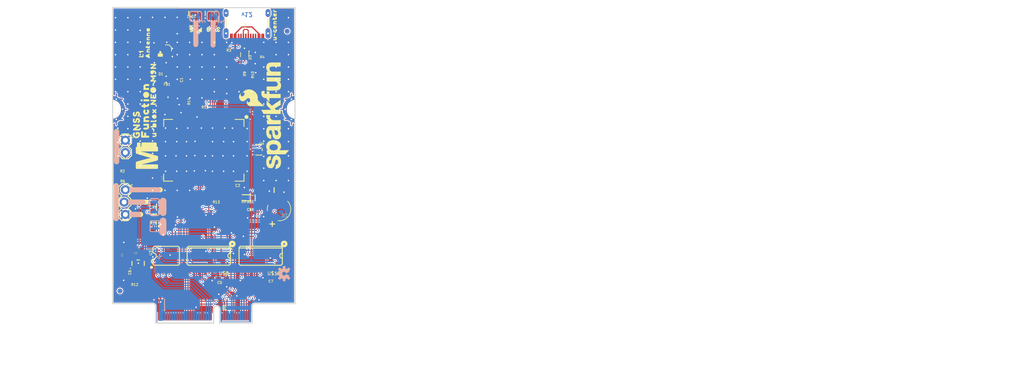
<source format=kicad_pcb>
(kicad_pcb (version 20211014) (generator pcbnew)
  (layers (0 "F.Cu" signal) (31 "B.Cu" signal) (34 "B.Paste" user) (35 "F.Paste" user) (36 "B.SilkS" user "B.Silkscreen") (37 "F.SilkS" user "F.Silkscreen") (38 "B.Mask" user) (39 "F.Mask" user) (44 "Edge.Cuts" user))
  (net 0 "")
  (net 1 "3.3V")
  (net 2 "GND")
  (net 3 "SCL/SCK")
  (net 4 "SDA/SPI_~{CS}")
  (net 5 "~{RESET}")
  (net 6 "TXLV")
  (net 7 "RXLV")
  (net 8 "INT")
  (net 9 "PPS")
  (net 10 "N$5")
  (net 11 "N$8")
  (net 12 "N$2")
  (net 13 "N$4")
  (net 14 "N$6")
  (net 15 "SDA_LV")
  (net 16 "SCL_LV")
  (net 17 "~{SAFE}")
  (net 18 "SHLD")
  (net 19 "USB_D-")
  (net 20 "USB_D+")
  (net 21 "GPS_ANT1")
  (net 22 "N$10")
  (net 23 "N$11")
  (net 24 "N$12")
  (net 25 "VCC_RF")
  (net 26 "D+")
  (net 27 "D-")
  (net 28 "N$1")
  (net 29 "N$3")
  (net 30 "V_BATT")
  (net 31 "V_USB")
  (net 32 "EN")
  (net 33 "RXI/PICO")
  (net 34 "TXO/POCI")
  (net 35 "VCC")
  (net 36 "A0")
  (net 37 "A2")
  (net 38 "A1")
  (net 39 "N$7")
  (net 40 "N$9")
  (net 41 "D_SEL")
  (net 42 "SDA")
  (net 43 "SCK")
  (net 44 "TXO")
  (net 45 "RXI")
  (net 46 "SPI_~{CS}")
  (net 47 "SCL")
  (net 48 "POCI")
  (net 49 "PICO")
  (net 50 "INV_D_SEL")
  (net 51 "N$13")
  (net 52 "WP")
  (footprint "eagleBoard:0603" (layer "F.Cu") (at 146.9771 75.7047 180)
    (fp_text reference "R11")
    (fp_text value "1k")
  )
  (footprint "eagleBoard:0603" (layer "F.Cu") (at 135.0899 128.8161 180)
    (fp_text reference "R12")
    (fp_text value "100k")
  )
  (footprint "eagleBoard:0603" (layer "F.Cu") (at 157.2627 114.8969)
    (fp_text reference "C3")
    (fp_text value "1.0uF")
  )
  (footprint "eagleBoard:0603" (layer "F.Cu") (at 150.4061 75.7809 180)
    (fp_text reference "R1")
    (fp_text value "1k")
  )
  (footprint "eagleBoard:NEO#M9N12" (layer "F.Cu") (at 138.1125 88.2777 90)
    (fp_text reference "U$6" hide)
    (fp_text value "" hide)
  )
  (footprint "eagleBoard:0603" (layer "F.Cu") (at 162.8521 128.3335 180)
    (fp_text reference "C7")
    (fp_text value "0.1uF")
  )
  (footprint "eagleBoard:##SAFEBOOT##882188213" (layer "F.Cu") (at 130.5687 101.1555 90)
    (fp_text reference "U$4" hide)
    (fp_text value "" hide)
  )
  (footprint "eagleBoard:0603" (layer "F.Cu") (at 138.9761 118.3005)
    (fp_text reference "C8")
    (fp_text value "0.1uF")
  )
  (footprint "eagleBoard:FUNCTION521" (layer "F.Cu") (at 136.4361 93.7133 90)
    (fp_text reference "U$3" hide)
    (fp_text value "" hide)
  )
  (footprint "eagleBoard:#SERIAL#I2C#40313523" (layer "F.Cu") (at 136.6901 110.0455 180)
    (fp_text reference "U$17" hide)
    (fp_text value "" hide)
  )
  (footprint "eagleBoard:0402-TIGHT" (layer "F.Cu") (at 154.9019 109.7407)
    (fp_text reference "C2")
    (fp_text value "0.1uF")
  )
  (footprint "eagleBoard:0603" (layer "F.Cu") (at 153.0731 82.1055)
    (fp_text reference "R3")
    (fp_text value "5.1k")
  )
  (footprint "eagleBoard:1X02" (layer "F.Cu") (at 132.3641 99.8455 -90)
    (fp_text reference "J2")
    (fp_text value "")
  )
  (footprint "eagleBoard:PPS13" (layer "F.Cu") (at 146.7739 77.1017 180)
    (fp_text reference "U$2" hide)
    (fp_text value "" hide)
  )
  (footprint "eagleBoard:USB-C-16P-2LAYER-PADS" (layer "F.Cu") (at 157.3911 78.7527 180)
    (fp_text reference "J3")
    (fp_text value "")
  )
  (footprint "eagleBoard:U#CENTER15" (layer "F.Cu") (at 163.0131 76.0675 90)
    (fp_text reference "U$9" hide)
    (fp_text value "" hide)
  )
  (footprint "eagleBoard:SOT353" (layer "F.Cu") (at 159.8311 101.7975 -90)
    (fp_text reference "U4")
    (fp_text value "74HC1G04")
  )
  (footprint "eagleBoard:0402-TIGHT" (layer "F.Cu") (at 140.2223 85.4493 180)
    (fp_text reference "D1")
    (fp_text value "PESD0402-0402T")
  )
  (footprint "eagleBoard:0603" (layer "F.Cu") (at 132.4737 122.9487 90)
    (fp_text reference "C4")
    (fp_text value "1.0uF")
  )
  (footprint "eagleBoard:FIDUCIAL-1X2" (layer "F.Cu") (at 131.2531 130.8735 90)
    (fp_text reference "FD2" hide)
    (fp_text value "FIDUCIAL1X2" hide)
  )
  (footprint "eagleBoard:0603" (layer "F.Cu") (at 157.2881 113.3221)
    (fp_text reference "R5")
    (fp_text value "3.3k")
  )
  (footprint "eagleBoard:0603" (layer "F.Cu") (at 156.1465 85.6107 -90)
    (fp_text reference "R9")
    (fp_text value "27" hide)
  )
  (footprint "eagleBoard:0603" (layer "F.Cu") (at 138.9761 116.1415 180)
    (fp_text reference "R16")
    (fp_text value "10k")
  )
  (footprint "eagleBoard:LED-0603" (layer "F.Cu") (at 150.3807 73.7489 180)
    (fp_text reference "LED2")
    (fp_text value "RED")
  )
  (footprint "eagleBoard:0603" (layer "F.Cu") (at 161.0741 81.9785 180)
    (fp_text reference "R4")
    (fp_text value "5.1k")
  )
  (footprint "eagleBoard:0402" (layer "F.Cu") (at 144.6711 87.9759 90)
    (fp_text reference "C1")
    (fp_text value "47pF")
  )
  (footprint "eagleBoard:0402" (layer "F.Cu") (at 144.6811 91.0435 -90)
    (fp_text reference "R14")
    (fp_text value "33")
  )
  (footprint "eagleBoard:SOD-323" (layer "F.Cu") (at 157.2881 111.6965 180)
    (fp_text reference "D2")
    (fp_text value "0.5A/40V/420mV")
  )
  (footprint "eagleBoard:SO08" (layer "F.Cu") (at 140.7541 123.6345)
    (fp_text reference "U3")
    (fp_text value "EEPROM")
  )
  (footprint "eagleBoard:#DSEL#40313522" (layer "F.Cu") (at 135.1661 112.5855 180)
    (fp_text reference "U$19" hide)
    (fp_text value "" hide)
  )
  (footprint "eagleBoard:NEO-M9N_M8T_M8U_D9S" (layer "F.Cu") (at 148.5011 101.9175 90)
    (fp_text reference "U1")
    (fp_text value "U-BLOX_NEO-M9N")
  )
  (footprint "eagleBoard:0603" (layer "F.Cu") (at 138.9761 114.4905 180)
    (fp_text reference "R7")
    (fp_text value "2.2k")
  )
  (footprint "eagleBoard:U#BLOX11" (layer "F.Cu") (at 138.1887 96.2279 90)
    (fp_text reference "U$5" hide)
    (fp_text value "" hide)
  )
  (footprint "eagleBoard:1206_RA" (layer "F.Cu") (at 150.2029 111.3155 180)
    (fp_text reference "R13")
    (fp_text value "33")
  )
  (footprint "eagleBoard:0603" (layer "F.Cu") (at 152.3111 128.5875 180)
    (fp_text reference "C5")
    (fp_text value "0.1uF")
  )
  (footprint "eagleBoard:SO14" (layer "F.Cu") (at 160.8201 123.6345 180)
    (fp_text reference "U$15")
    (fp_text value "74LVC4066D_QUAD_BILATERAL_SWITCH")
  )
  (footprint "eagleBoard:ORDERING_INSTRUCTIONS" (layer "F.Cu") (at 215.4511 78.9775)
    (fp_text reference "LOGO1" hide)
    (fp_text value "SPECIAL_INSTRUCTIONS-ORDERING" hide)
  )
  (footprint "eagleBoard:0603" (layer "F.Cu") (at 138.9761 112.8395 180)
    (fp_text reference "R8")
    (fp_text value "2.2k")
  )
  (footprint "eagleBoard:MICROMOD_MI_LOGO_1" (layer "F.Cu") (at 136.7663 102.9843 90)
    (fp_text reference "U$11" hide)
    (fp_text value "" hide)
  )
  (footprint "eagleBoard:0603" (layer "F.Cu") (at 132.3321 105.4585 180)
    (fp_text reference "R2")
    (fp_text value "10k")
  )
  (footprint "eagleBoard:0603" (layer "F.Cu") (at 157.7975 85.5599 -90)
    (fp_text reference "R10")
    (fp_text value "27" hide)
  )
  (footprint "eagleBoard:3V313" (layer "F.Cu") (at 150.4061 77.0255 180)
    (fp_text reference "U$1" hide)
    (fp_text value "" hide)
  )
  (footprint "eagleBoard:ANTENNA14" (layer "F.Cu") (at 136.9441 79.8195 90)
    (fp_text reference "U$7" hide)
    (fp_text value "" hide)
  )
  (footprint "eagleBoard:0603" (layer "F.Cu") (at 132.3511 107.5225 180)
    (fp_text reference "R6")
    (fp_text value "10k")
  )
  (footprint "eagleBoard:GNSS2222502" (layer "F.Cu") (at 134.6581 96.5835 90)
    (fp_text reference "U$21" hide)
    (fp_text value "" hide)
  )
  (footprint "eagleBoard:SFE_LOGO_NAME_FLAME_.2" (layer "F.Cu") (at 163.1315 94.6785 90)
    (fp_text reference "LOGO2" hide)
    (fp_text value "SFE_LOGO_NAME_FLAME.2_INCH" hide)
  )
  (footprint "eagleBoard:CREATIVE_COMMONS" (layer "F.Cu") (at 126.9111 150.1775)
    (fp_text reference "FRAME2" hide)
    (fp_text value "FRAME-LEDGER" hide)
  )
  (footprint "eagleBoard:FIDUCIAL-1X2" (layer "F.Cu") (at 165.6471 77.4095 90)
    (fp_text reference "FD4" hide)
    (fp_text value "FIDUCIAL1X2" hide)
  )
  (footprint "eagleBoard:SO14" (layer "F.Cu") (at 150.1521 123.6345 180)
    (fp_text reference "U$8")
    (fp_text value "74LVC4066D_QUAD_BILATERAL_SWITCH")
  )
  (footprint "eagleBoard:U.FL" (layer "F.Cu") (at 139.5549 81.7499 -90)
    (fp_text reference "E1" hide)
    (fp_text value "U.FL" hide)
  )
  (footprint "eagleBoard:0402" (layer "F.Cu") (at 140.1447 89.1001)
    (fp_text reference "FB1")
    (fp_text value "120Ω")
  )
  (footprint "eagleBoard:LED-0603" (layer "F.Cu") (at 146.9771 73.7489 180)
    (fp_text reference "LED1")
    (fp_text value "BLUE")
  )
  (footprint "eagleBoard:MS421R_IV03E" (layer "F.Cu") (at 163.9697 114.0333 180)
    (fp_text reference "B1")
    (fp_text value "6.8MM_COIN_CELL" hide)
  )
  (footprint "eagleBoard:0603" (layer "F.Cu") (at 132.5245 126.5047 -90)
    (fp_text reference "C6")
    (fp_text value "1.0uF")
  )
  (footprint "eagleBoard:L1321542" (layer "F.Cu") (at 135.6233 82.0547 90)
    (fp_text reference "U$14" hide)
    (fp_text value "" hide)
  )
  (footprint "eagleBoard:SOT886" (layer "F.Cu") (at 156.9085 82.2325 -90)
    (fp_text reference "D3")
    (fp_text value "PRTR5V0U2F")
  )
  (footprint "eagleBoard:0603" (layer "F.Cu") (at 147.9561 93.8137)
    (fp_text reference "R15")
    (fp_text value "100k")
  )
  (footprint "eagleBoard:1X03_LOCK" (layer "F.Cu") (at 132.2451 110.0455 -90)
    (fp_text reference "J4")
    (fp_text value "Bus Selection")
  )
  (footprint "eagleBoard:M.2-CARD-E-22_FUNCTION_STANDARD" (layer "F.Cu") (at 148.5011 137.4775)
    (fp_text reference "J1" hide)
    (fp_text value "MICROMOD_FUNCTION_STANDARD" hide)
    (fp_arc (start -18.747 -45.733) (mid -17.251744 -44.002864) (end -18.744998 -42.270999) (layer "Edge.Cuts") (width 0.05))
    (fp_arc (start 18.747999 -42.269999) (mid 17.247963 -43.998769) (end 18.744 -45.731) (layer "Edge.Cuts") (width 0.05))
  )
  (footprint "eagleBoard:#BUS_SELECT#509" (layer "F.Cu") (at 130.4671 112.5855 90)
    (fp_text reference "U$18" hide)
    (fp_text value "" hide)
  )
  (footprint "eagleBoard:#SPI#40313521" (layer "F.Cu") (at 134.6581 115.1255 180)
    (fp_text reference "U$16" hide)
    (fp_text value "" hide)
  )
  (footprint "eagleBoard:SOT23-5" (layer "F.Cu") (at 134.9883 125.2093)
    (fp_text reference "U2")
    (fp_text value "3.3V")
  )
  (footprint "eagleBoard:#WP#13215403132222564" (layer "B.Cu") (at 140.1191 117.6655 -90)
    (fp_text reference "U$20" hide)
    (fp_text value "" hide)
  )
  (footprint "eagleBoard:SMT-JUMPER_3_2-NC_TRACE_SILK" (layer "B.Cu") (at 138.3665 113.6015 -90)
    (fp_text reference "JP5")
    (fp_text value "JUMPER-SMT_3_2-NC_TRACE_SILK")
  )
  (footprint "eagleBoard:#BUS_SELECT#509" (layer "B.Cu") (at 130.4671 112.5855 -90)
    (fp_text reference "U$22" hide)
    (fp_text value "" hide)
  )
  (footprint "eagleBoard:OSHW-LOGO-S" (layer "B.Cu") (at 165.0111 127.3175 -90)
    (fp_text reference "LOGO3" hide)
    (fp_text value "OSHW-LOGOS" hide)
  )
  (footprint "eagleBoard:#PPS_LED#403132222514" (layer "B.Cu") (at 146.8501 77.9145 -90)
    (fp_text reference "U$13" hide)
    (fp_text value "" hide)
  )
  (footprint "eagleBoard:SMT-JUMPER_2_NC_TRACE_SILK" (layer "B.Cu") (at 150.4061 74.3331)
    (fp_text reference "PWR\\0")
    (fp_text value "JUMPER-SMT_2_NC_TRACE_SILK")
  )
  (footprint "eagleBoard:FIDUCIAL-1X2" (layer "B.Cu") (at 165.6471 77.4095 -90)
    (fp_text reference "FD3" hide)
    (fp_text value "FIDUCIAL1X2" hide)
  )
  (footprint "eagleBoard:SMT-JUMPER_2_NO_SILK" (layer "B.Cu") (at 138.4681 117.5385 90)
    (fp_text reference "WP0")
    (fp_text value "JUMPER-SMT_2_NO_SILK")
  )
  (footprint "eagleBoard:#SPI#40313521" (layer "B.Cu") (at 134.2517 115.1255 180)
    (fp_text reference "U$24" hide)
    (fp_text value "" hide)
  )
  (footprint "eagleBoard:#SERIAL#I2C#40313523" (layer "B.Cu") (at 136.2837 110.0455 180)
    (fp_text reference "U$26" hide)
    (fp_text value "" hide)
  )
  (footprint "eagleBoard:#DSEL#40313522" (layer "B.Cu") (at 134.6073 112.5855 180)
    (fp_text reference "U$25" hide)
    (fp_text value "" hide)
  )
  (footprint "eagleBoard:SMT-JUMPER_2_NC_TRACE_SILK" (layer "B.Cu") (at 146.8247 74.3331)
    (fp_text reference "PPS0")
    (fp_text value "JUMPER-SMT_2_NC_TRACE_SILK")
  )
  (footprint "eagleBoard:##SAFEBOOT##882188213" (layer "B.Cu") (at 130.5687 101.1555 -90)
    (fp_text reference "U$23" hide)
    (fp_text value "" hide)
  )
  (footprint "eagleBoard:FIDUCIAL-1X2" (layer "B.Cu") (at 131.2531 130.8735 -90)
    (fp_text reference "FD1" hide)
    (fp_text value "FIDUCIAL1X2" hide)
  )
  (footprint "eagleBoard:PAD.03X.04" (layer "B.Cu") (at 164.4015 114.6683)
    (fp_text reference "TP1" hide)
    (fp_text value "TEST-POINT3X4" hide)
  )
  (footprint "eagleBoard:#I2C#18" (layer "B.Cu") (at 140.1271 113.5655 -90)
    (fp_text reference "U$10" hide)
    (fp_text value "" hide)
  )
  (footprint "eagleBoard:#3V3_LED#403132222514" (layer "B.Cu") (at 150.4061 77.9145 -90)
    (fp_text reference "U$12" hide)
    (fp_text value "" hide)
  )
  (gr_line (start 138.1011 133.4775) (end 129.7559 133.4775) (layer "Edge.Cuts") (width 0.2032))
  (gr_arc (start 158.426099 133.9775) (mid 158.580358 133.631759) (end 158.9261 133.4775) (layer "Edge.Cuts") (width 0.2032))
  (gr_line (start 129.7559 133.4775) (end 129.7559 72.5297) (layer "Edge.Cuts") (width 0.2032))
  (gr_line (start 167.2463 133.4775) (end 167.2463 72.5551) (layer "Edge.Cuts") (width 0.2032))
  (gr_arc (start 138.1011 133.4775) (mid 138.434341 133.636546) (end 138.5761 133.977501) (layer "Edge.Cuts") (width 0.2032))
  (gr_line (start 158.4261 137.4775) (end 151.7261 137.4775) (layer "Edge.Cuts") (width 0.2032))
  (gr_line (start 150.5261 137.4775) (end 138.5761 137.4775) (layer "Edge.Cuts") (width 0.2032))
  (gr_line (start 150.5261 134.5775) (end 150.5261 137.4775) (layer "Edge.Cuts") (width 0.2032))
  (gr_line (start 138.5761 137.4775) (end 138.5761 133.9775) (layer "Edge.Cuts") (width 0.2032))
  (gr_line (start 158.9261 133.4775) (end 167.2463 133.4775) (layer "Edge.Cuts") (width 0.2032))
  (gr_line (start 129.7559 72.5297) (end 143.0147 72.5297) (layer "Edge.Cuts") (width 0.2032))
  (gr_line (start 142.8877 72.5551) (end 167.2463 72.5551) (layer "Edge.Cuts") (width 0.2032))
  (gr_arc (start 150.5261 134.5775) (mid 151.1261 133.9775) (end 151.7261 134.5775) (layer "Edge.Cuts") (width 0.2032))
  (gr_line (start 143.0147 72.5297) (end 142.8877 72.5551) (layer "Edge.Cuts") (width 0.2032))
  (gr_line (start 151.7261 134.5775) (end 151.7261 137.4775) (layer "Edge.Cuts") (width 0.2032))
  (gr_line (start 158.4261 133.9775) (end 158.4261 137.4775) (layer "Edge.Cuts") (width 0.2032))
  (gr_text "v12" (at 156.1211 73.4695 -180) (layer "B.Cu") (effects (font (size 0.8636 0.8636) (thickness 0.1524)) (justify left bottom mirror)))
  (gr_text "-" (at 163.6141 111.0615 90) (layer "F.SilkS") (effects (font (size 1.2954 1.2954) (thickness 0.2286)) (justify left bottom)))
  (gr_text "+" (at 163.2331 118.0465 90) (layer "F.SilkS") (effects (font (size 1.2954 1.2954) (thickness 0.2286)) (justify left bottom)))
  (segment (start 154.4019 109.7407) (end 154.4011 109.7399) (width 0.3048) (layer "F.Cu") (net 1))
  (segment (start 138.8491 120.8345) (end 138.8491 119.8245) (width 0.254) (layer "F.Cu") (net 1))
  (segment (start 153.3271 126.4345) (end 153.3271 124.7775) (width 0.3048) (layer "F.Cu") (net 1))
  (segment (start 147.5431 89.0885) (end 149.8211 91.3665) (width 0.2032) (layer "F.Cu") (net 1))
  (segment (start 131.5011 105.4775) (end 131.5011 106.5625) (width 0.3048) (layer "F.Cu") (net 1))
  (segment (start 138.8491 120.8345) (end 138.8591 120.8445) (width 0.254) (layer "F.Cu") (net 1))
  (segment (start 148.4321 77.4775) (end 147.5431 78.3665) (width 0.2032) (layer "F.Cu") (net 1))
  (segment (start 150.9268 77.1018) (end 150.5511 77.4775) (width 0.2032) (layer "F.Cu") (net 1))
  (segment (start 134.0383 123.9092) (end 134.0383 122.6947) (width 0.3048) (layer "F.Cu") (net 1))
  (segment (start 138.8591 120.8445) (end 138.8591 121.9475) (width 0.254) (layer "F.Cu") (net 1))
  (segment (start 163.9951 126.4345) (end 163.9951 125.6665) (width 0.3048) (layer "F.Cu") (net 1))
  (segment (start 160.7811 101.1475) (end 159.9731 101.1475) (width 0.3048) (layer "F.Cu") (net 1))
  (segment (start 148.8061 95.8225) (end 148.8061 93.8137) (width 0.3048) (layer "F.Cu") (net 1))
  (segment (start 154.4019 110.8283) (end 154.4019 109.7407) (width 0.3048) (layer "F.Cu") (net 1))
  (segment (start 149.8211 92.5875) (end 149.6351 92.7735) (width 0.2032) (layer "F.Cu") (net 1))
  (segment (start 163.9951 128.0405) (end 163.7021 128.3335) (width 0.3048) (layer "F.Cu") (net 1))
  (segment (start 163.9951 126.4345) (end 163.9951 128.0405) (width 0.3048) (layer "F.Cu") (net 1))
  (segment (start 156.1381 111.6965) (end 156.8321 111.6965) (width 0.3048) (layer "F.Cu") (net 1))
  (segment (start 131.5011 106.5625) (end 131.5011 107.5225) (width 0.3048) (layer "F.Cu") (net 1))
  (segment (start 138.1261 118.3005) (end 138.1261 116.1415) (width 0.254) (layer "F.Cu") (net 1))
  (segment (start 153.3271 126.4345) (end 153.3271 128.4215) (width 0.3048) (layer "F.Cu") (net 1))
  (segment (start 134.0383 122.6947) (end 135.1487 121.5843) (width 0.254) (layer "F.Cu") (net 1))
  (segment (start 155.2701 111.6965) (end 154.4019 110.8283) (width 0.3048) (layer "F.Cu") (net 1))
  (segment (start 138.8491 119.8245) (end 138.1261 119.1015) (width 0.254) (layer "F.Cu") (net 1))
  (segment (start 158.2971 110.2315) (end 156.8321 111.6965) (width 0.3048) (layer "F.Cu") (net 1))
  (segment (start 148.9011 95.9175) (end 148.8061 95.8225) (width 0.3048) (layer "F.Cu") (net 1))
  (segment (start 159.9731 101.1475) (end 159.9581 101.1625) (width 0.3048) (layer "F.Cu") (net 1))
  (segment (start 133.9511 106.5125) (end 131.5511 106.5125) (width 0.3048) (layer "F.Cu") (net 1))
  (segment (start 131.5511 106.5125) (end 131.5011 106.5625) (width 0.3048) (layer "F.Cu") (net 1))
  (segment (start 158.3111 110.2315) (end 158.2971 110.2315) (width 0.3048) (layer "F.Cu") (net 1))
  (segment (start 148.8061 93.2051) (end 149.2377 92.7735) (width 0.3048) (layer "F.Cu") (net 1))
  (segment (start 131.4821 105.4585) (end 131.5011 105.4775) (width 0.3048) (layer "F.Cu") (net 1))
  (segment (start 133.9511 106.5125) (end 135.1788 107.7402) (width 0.3048) (layer "F.Cu") (net 1))
  (segment (start 149.8211 91.3665) (end 149.8211 92.5875) (width 0.2032) (layer "F.Cu") (net 1))
  (segment (start 154.4011 109.7399) (end 154.4011 107.9175) (width 0.3048) (layer "F.Cu") (net 1))
  (segment (start 135.1487 121.5843) (end 135.2097 121.5843) (width 0.3048) (layer "F.Cu") (net 1))
  (segment (start 156.1381 111.6965) (end 155.2701 111.6965) (width 0.3048) (layer "F.Cu") (net 1))
  (segment (start 150.5511 77.4775) (end 148.4321 77.4775) (width 0.2032) (layer "F.Cu") (net 1))
  (segment (start 149.6351 92.7735) (end 149.2377 92.7735) (width 0.2032) (layer "F.Cu") (net 1))
  (segment (start 135.1788 113.5634) (end 135.1788 107.7402) (width 0.3048) (layer "F.Cu") (net 1))
  (segment (start 138.1261 119.1015) (end 138.1261 118.3005) (width 0.254) (layer "F.Cu") (net 1))
  (segment (start 153.3271 128.4215) (end 153.1611 128.5875) (width 0.3048) (layer "F.Cu") (net 1))
  (segment (start 147.5431 78.3665) (end 147.5431 89.0885) (width 0.2032) (layer "F.Cu") (net 1))
  (segment (start 148.8061 93.8137) (end 148.8061 93.2051) (width 0.3048) (layer "F.Cu") (net 1))
  (segment (start 163.9951 125.6665) (end 163.1061 124.7775) (width 0.3048) (layer "F.Cu") (net 1))
  (via (at 149.2377 92.7735) (size 0.5588) (drill 0.3048) (layers "F.Cu" "B.Cu") (net 1))
  (via (at 135.2097 121.5843) (size 0.5588) (drill 0.3048) (layers "F.Cu" "B.Cu") (net 1))
  (via (at 150.9268 77.1018) (size 0.5588) (drill 0.3048) (layers "F.Cu" "B.Cu") (net 1))
  (via (at 138.8591 121.9475) (size 0.5588) (drill 0.3048) (layers "F.Cu" "B.Cu") (net 1))
  (via (at 159.9581 101.1625) (size 0.5588) (drill 0.3048) (layers "F.Cu" "B.Cu") (net 1))
  (via (at 158.3111 110.2315) (size 0.5588) (drill 0.3048) (layers "F.Cu" "B.Cu") (net 1))
  (via (at 153.3271 124.7775) (size 0.5588) (drill 0.3048) (layers "F.Cu" "B.Cu") (net 1))
  (via (at 135.1788 113.5634) (size 0.5588) (drill 0.3048) (layers "F.Cu" "B.Cu") (net 1))
  (via (at 163.1061 124.7775) (size 0.5588) (drill 0.3048) (layers "F.Cu" "B.Cu") (net 1))
  (segment (start 138.3665 113.6015) (end 135.2169 113.6015) (width 0.3048) (layer "B.Cu") (net 1))
  (segment (start 138.8591 123.2855) (end 138.8591 121.9475) (width 0.3048) (layer "B.Cu") (net 1))
  (segment (start 135.5729 121.9475) (end 138.8591 121.9475) (width 0.3048) (layer "B.Cu") (net 1))
  (segment (start 158.3111 124.4275) (end 158.3111 124.3965) (width 0.3048) (layer "B.Cu") (net 1))
  (segment (start 149.2377 92.7735) (end 157.7975 92.7735) (width 0.3048) (layer "B.Cu") (net 1))
  (segment (start 158.3111 101.1625) (end 158.3111 110.2315) (width 0.3048) (layer "B.Cu") (net 1))
  (segment (start 135.1813 113.5659) (end 135.1813 121.5559) (width 0.3048) (layer "B.Cu") (net 1))
  (segment (start 157.9301 124.7775) (end 153.3271 124.7775) (width 0.3048) (layer "B.Cu") (net 1))
  (segment (start 159.9581 101.1625) (end 158.3111 101.1625) (width 0.3048) (layer "B.Cu") (net 1))
  (segment (start 135.1788 113.5634) (end 135.2169 113.6015) (width 0.3048) (layer "B.Cu") (net 1))
  (segment (start 135.2097 121.5843) (end 135.1813 121.5559) (width 0.3048) (layer "B.Cu") (net 1))
  (segment (start 158.3111 124.4275) (end 158.3111 124.7775) (width 0.3048) (layer "B.Cu") (net 1))
  (segment (start 153.3271 124.7775) (end 140.3511 124.7775) (width 0.3048) (layer "B.Cu") (net 1))
  (segment (start 135.1788 113.5634) (end 135.1813 113.5659) (width 0.3048) (layer "B.Cu") (net 1))
  (segment (start 157.7975 92.7735) (end 158.2801 93.2561) (width 0.3048) (layer "B.Cu") (net 1))
  (segment (start 135.5729 121.9475) (end 135.2097 121.5843) (width 0.3048) (layer "B.Cu") (net 1))
  (segment (start 158.3111 124.7775) (end 157.9301 124.7775) (width 0.3048) (layer "B.Cu") (net 1))
  (segment (start 140.3511 124.7775) (end 138.8591 123.2855) (width 0.3048) (layer "B.Cu") (net 1))
  (segment (start 157.9301 124.7775) (end 158.3111 124.3965) (width 0.3048) (layer "B.Cu") (net 1))
  (segment (start 158.3111 110.2315) (end 158.3111 124.3965) (width 0.3048) (layer "B.Cu") (net 1))
  (segment (start 158.3111 101.1625) (end 158.2801 101.1625) (width 0.3048) (layer "B.Cu") (net 1))
  (segment (start 158.6611 124.7775) (end 158.3111 124.7775) (width 0.3048) (layer "B.Cu") (net 1))
  (segment (start 150.9268 74.3331) (end 150.9268 77.1018) (width 0.2032) (layer "B.Cu") (net 1))
  (segment (start 163.1061 124.7775) (end 158.6611 124.7775) (width 0.3048) (layer "B.Cu") (net 1))
  (segment (start 158.6611 124.7775) (end 158.3111 124.4275) (width 0.3048) (layer "B.Cu") (net 1))
  (segment (start 158.2801 93.2561) (end 158.2801 101.1625) (width 0.3048) (layer "B.Cu") (net 1))
  (segment (start 158.5007 133.0325) (end 157.7511 133.7821) (width 0.254) (layer "F.Cu") (net 2))
  (segment (start 149.2111 134.2275) (end 148.2471 134.2275) (width 0.2032) (layer "F.Cu") (net 2))
  (segment (start 159.5177 133.0325) (end 158.5007 133.0325) (width 0.254) (layer "F.Cu") (net 2))
  (segment (start 157.7511 133.7821) (end 157.7511 136.2025) (width 0.254) (layer "F.Cu") (net 2))
  (segment (start 149.7511 136.2025) (end 149.7511 134.7675) (width 0.2032) (layer "F.Cu") (net 2))
  (segment (start 154.1661 79.6425) (end 154.2669 79.7433) (width 0.2032) (layer "F.Cu") (net 2))
  (segment (start 146.7511 136.2025) (end 146.7511 134.3641) (width 0.2032) (layer "F.Cu") (net 2))
  (segment (start 131.8011 94.2775) (end 130.5011 95.5775) (width 0.2032) (layer "F.Cu") (net 2))
  (segment (start 160.6161 78.4127) (end 160.6161 79.1747) (width 0.254) (layer "F.Cu") (net 2))
  (segment (start 139.2511 136.2025) (end 139.2511 134.8149) (width 0.3048) (layer "F.Cu") (net 2))
  (segment (start 160.8201 79.3787) (end 160.8201 79.6925) (width 0.254) (layer "F.Cu") (net 2))
  (segment (start 131.8011 93.4775) (end 131.8011 94.2775) (width 0.2032) (layer "F.Cu") (net 2))
  (segment (start 148.2471 134.2275) (end 146.8877 134.2275) (width 0.2032) (layer "F.Cu") (net 2))
  (segment (start 166.2471 91.3775) (end 164.9471 92.6775) (width 0.2032) (layer "F.Cu") (net 2))
  (segment (start 149.2111 134.2275) (end 149.7511 134.7675) (width 0.2032) (layer "F.Cu") (net 2))
  (segment (start 154.1661 78.4127) (end 154.1661 79.6425) (width 0.2032) (layer "F.Cu") (net 2))
  (segment (start 160.6161 79.1747) (end 160.8201 79.3787) (width 0.254) (layer "F.Cu") (net 2))
  (segment (start 166.2471 91.3775) (end 166.5011 91.3775) (width 0.2032) (layer "F.Cu") (net 2))
  (segment (start 148.2511 134.2315) (end 148.2471 134.2275) (width 0.2032) (layer "F.Cu") (net 2))
  (segment (start 159.8517 132.6985) (end 159.5177 133.0325) (width 0.254) (layer "F.Cu") (net 2))
  (segment (start 146.7511 134.3641) (end 146.8877 134.2275) (width 0.2032) (layer "F.Cu") (net 2))
  (segment (start 164.9471 92.6775) (end 164.9471 93.2235) (width 0.2032) (layer "F.Cu") (net 2))
  (segment (start 148.2511 136.2025) (end 148.2511 134.2315) (width 0.2032) (layer "F.Cu") (net 2))
  (segment (start 165.2011 93.4775) (end 164.9471 93.2235) (width 0.2032) (layer "F.Cu") (net 2))
  (via (at 163.3601 74.6125) (size 0.5588) (drill 0.3048) (layers "F.Cu" "B.Cu") (net 2))
  (via (at 154.3871 97.3655) (size 0.5588) (drill 0.3048) (layers "F.Cu" "B.Cu") (net 2))
  (via (at 143.0655 115.6589) (size 0.5588) (drill 0.3048) (layers "F.Cu" "B.Cu") (net 2))
  (via (at 163.3601 82.2325) (size 0.5588) (drill 0.3048) (layers "F.Cu" "B.Cu") (net 2))
  (via (at 147.9931 97.3455) (size 0.5588) (drill 0.3048) (layers "F.Cu" "B.Cu") (net 2))
  (via (at 151.5867 131.5605) (size 0.5588) (drill 0.3048) (layers "F.Cu" "B.Cu") (net 2))
  (via (at 137.9601 100.0125) (size 0.5588) (drill 0.3048) (layers "F.Cu" "B.Cu") (net 2))
  (via (at 135.4201 87.3125) (size 0.5588) (drill 0.3048) (layers "F.Cu" "B.Cu") (net 2))
  (via (at 159.1691 85.9409) (size 0.5588) (drill 0.3048) (layers "F.Cu" "B.Cu") (net 2))
  (via (at 145.5801 84.7725) (size 0.5588) (drill 0.3048) (layers "F.Cu" "B.Cu") (net 2))
  (via (at 142.0241 80.9625) (size 0.5588) (drill 0.3048) (layers "F.Cu" "B.Cu") (net 2))
  (via (at 135.4201 97.4725) (size 0.5588) (drill 0.3048) (layers "F.Cu" "B.Cu") (net 2))
  (via (at 160.8201 97.4725) (size 0.5588) (drill 0.3048) (layers "F.Cu" "B.Cu") (net 2))
  (via (at 142.9131 100.1395) (size 0.5588) (drill 0.3048) (layers "F.Cu" "B.Cu") (net 2))
  (via (at 146.6991 100.0795) (size 0.5588) (drill 0.3048) (layers "F.Cu" "B.Cu") (net 2))
  (via (at 162.1737 124.0995) (size 0.5588) (drill 0.3048) (layers "F.Cu" "B.Cu") (net 2))
  (via (at 132.8801 97.4725) (size 0.5588) (drill 0.3048) (layers "F.Cu" "B.Cu") (net 2))
  (via (at 152.5651 100.1395) (size 0.5588) (drill 0.3048) (layers "F.Cu" "B.Cu") (net 2))
  (via (at 137.9601 97.4725) (size 0.5588) (drill 0.3048) (layers "F.Cu" "B.Cu") (net 2))
  (via (at 154.5971 106.2355) (size 0.5588) (drill 0.3048) (layers "F.Cu" "B.Cu") (net 2))
  (via (at 130.3401 79.6925) (size 0.5588) (drill 0.3048) (layers "F.Cu" "B.Cu") (net 2))
  (via (at 142.6845 117.3099) (size 0.5588) (drill 0.3048) (layers "F.Cu" "B.Cu") (net 2))
  (via (at 163.3601 77.1525) (size 0.5588) (drill 0.3048) (layers "F.Cu" "B.Cu") (net 2))
  (via (at 152.7651 97.3455) (size 0.5588) (drill 0.3048) (layers "F.Cu" "B.Cu") (net 2))
  (via (at 155.7401 89.8525) (size 0.5588) (drill 0.3048) (layers "F.Cu" "B.Cu") (net 2))
  (via (at 144.9451 100.1395) (size 0.5588) (drill 0.3048) (layers "F.Cu" "B.Cu") (net 2))
  (via (at 148.7805 74.7141) (size 0.5588) (drill 0.3048) (layers "F.Cu" "B.Cu") (net 2))
  (via (at 146.5591 106.1595) (size 0.5588) (drill 0.3048) (layers "F.Cu" "B.Cu") (net 2))
  (via (at 159.8517 132.6985) (size 0.5588) (drill 0.3048) (layers "F.Cu" "B.Cu") (net 2))
  (via (at 140.7541 86.6775) (size 0.5588) (drill 0.3048) (layers "F.Cu" "B.Cu") (net 2))
  (via (at 137.9601 102.5525) (size 0.5588) (drill 0.3048) (layers "F.Cu" "B.Cu") (net 2))
  (via (at 157.3911 100.1141) (size 0.5588) (drill 0.3048) (layers "F.Cu" "B.Cu") (net 2))
  (via (at 160.8201 89.8525) (size 0.5588) (drill 0.3048) (layers "F.Cu" "B.Cu") (net 2))
  (via (at 165.9001 97.4725) (size 0.5588) (drill 0.3048) (layers "F.Cu" "B.Cu") (net 2))
  (via (at 160.8201 79.6925) (size 0.5588) (drill 0.3048) (layers "F.Cu" "B.Cu") (net 2))
  (via (at 163.3601 108.1405) (size 0.5588) (drill 0.3048) (layers "F.Cu" "B.Cu") (net 2))
  (via (at 132.8801 77.1525) (size 0.5588) (drill 0.3048) (layers "F.Cu" "B.Cu") (net 2))
  (via (at 146.8877 134.2275) (size 0.5588) (drill 0.3048) (layers "F.Cu" "B.Cu") (net 2))
  (via (at 130.3401 74.6125) (size 0.5588) (drill 0.3048) (layers "F.Cu" "B.Cu") (net 2))
  (via (at 142.9385 97.4217) (size 0.5588) (drill 0.3048) (layers "F.Cu" "B.Cu") (net 2))
  (via (at 132.8801 92.3925) (size 0.5588) (drill 0.3048) (layers "F.Cu" "B.Cu") (net 2))
  (via (at 138.0109 123.8631) (size 0.5588) (drill 0.3048) (layers "F.Cu" "B.Cu") (net 2))
  (via (at 147.1041 95.0595) (size 0.5588) (drill 0.3048) (layers "F.Cu" "B.Cu") (net 2))
  (via (at 165.9001 108.1405) (size 0.5588) (drill 0.3048) (layers "F.Cu" "B.Cu") (net 2))
  (via (at 137.9601 110.1725) (size 0.5588) (drill 0.3048) (layers "F.Cu" "B.Cu") (net 2))
  (via (at 137.9601 94.9325) (size 0.5588) (drill 0.3048) (layers "F.Cu" "B.Cu") (net 2))
  (via (at 163.3601 97.4725) (size 0.5588) (drill 0.3048) (layers "F.Cu" "B.Cu") (net 2))
  (via (at 160.7947 115.5827) (size 0.5588) (drill 0.3048) (layers "F.Cu" "B.Cu") (net 2))
  (via (at 140.5001 110.1725) (size 0.5588) (drill 0.3048) (layers "F.Cu" "B.Cu") (net 2))
  (via (at 135.4201 74.5617) (size 0.5588) (drill 0.3048) (layers "F.Cu" "B.Cu") (net 2))
  (via (at 157.3911 103.0605) (size 0.5588) (drill 0.3048) (layers "F.Cu" "B.Cu") (net 2))
  (via (at 148.1201 91.1225) (size 0.5588) (drill 0.3048) (layers "F.Cu" "B.Cu") (net 2))
  (via (at 144.9451 106.2355) (size 0.5588) (drill 0.3048) (layers "F.Cu" "B.Cu") (net 2))
  (via (at 145.5801 79.6925) (size 0.5588) (drill 0.3048) (layers "F.Cu" "B.Cu") (net 2))
  (via (at 143.0401 84.7725) (size 0.5588) (drill 0.3048) (layers "F.Cu" "B.Cu") (net 2))
  (via (at 148.3995 129.6797) (size 0.5588) (drill 0.3048) (layers "F.Cu" "B.Cu") (net 2))
  (via (at 143.4211 92.5195) (size 0.5588) (drill 0.3048) (layers "F.Cu" "B.Cu") (net 2))
  (via (at 132.8801 94.9325) (size 0.5588) (drill 0.3048) (layers "F.Cu" "B.Cu") (net 2))
  (via (at 165.9001 82.2325) (size 0.5588) (drill 0.3048) (layers "F.Cu" "B.Cu") (net 2))
  (via (at 130.3401 89.8525) (size 0.5588) (drill 0.3048) (layers "F.Cu" "B.Cu") (net 2))
  (via (at 154.1653 118.9101) (size 0.5588) (drill 0.3048) (layers "F.Cu" "B.Cu") (net 2))
  (via (at 143.0401 79.6925) (size 0.5588) (drill 0.3048) (layers "F.Cu" "B.Cu") (net 2))
  (via (at 150.2167 128.7505) (size 0.5588) (drill 0.3048) (layers "F.Cu" "B.Cu") (net 2))
  (via (at 153.2001 84.7725) (size 0.5588) (drill 0.3048) (layers "F.Cu" "B.Cu") (net 2))
  (via (at 165.9001 74.6125) (size 0.5588) (drill 0.3048) (layers "F.Cu" "B.Cu") (net 2))
  (via (at 138.2395 132.7023) (size 0.5588) (drill 0.3048) (layers "F.Cu" "B.Cu") (net 2))
  (via (at 160.8201 87.3125) (size 0.5588) (drill 0.3048) (layers "F.Cu" "B.Cu") (net 2))
  (via (at 141.5669 123.4821) (size 0.5588) (drill 0.3048) (layers "F.Cu" "B.Cu") (net 2))
  (via (at 132.0165 128.6891) (size 0.5588) (drill 0.3048) (layers "F.Cu" "B.Cu") (net 2))
  (via (at 163.3601 94.9325) (size 0.5588) (drill 0.3048) (layers "F.Cu" "B.Cu") (net 2))
  (via (at 138.3411 87.9475) (size 0.5588) (drill 0.3048) (layers "F.Cu" "B.Cu") (net 2))
  (via (at 145.5801 82.2325) (size 0.5588) (drill 0.3048) (layers "F.Cu" "B.Cu") (net 2))
  (via (at 154.5971 100.1395) (size 0.5588) (drill 0.3048) (layers "F.Cu" "B.Cu") (net 2))
  (via (at 137.9601 105.0925) (size 0.5588) (drill 0.3048) (layers "F.Cu" "B.Cu") (net 2))
  (via (at 156.8577 123.3805) (size 0.5588) (drill 0.3048) (layers "F.Cu" "B.Cu") (net 2))
  (via (at 140.5001 74.5617) (size 0.5588) (drill 0.3048) (layers "F.Cu" "B.Cu") (net 2))
  (via (at 138.2395 79.7941) (size 0.5588) (drill 0.3048) (layers "F.Cu" "B.Cu") (net 2))
  (via (at 148.1201 82.2325) (size 0.5588) (drill 0.3048) (layers "F.Cu" "B.Cu") (net 2))
  (via (at 156.8323 109.5883) (size 0.5588) (drill 0.3048) (layers "F.Cu" "B.Cu") (net 2))
  (via (at 165.9001 87.3125) (size 0.5588) (drill 0.3048) (layers "F.Cu" "B.Cu") (net 2))
  (via (at 158.2801 89.8525) (size 0.5588) (drill 0.3048) (layers "F.Cu" "B.Cu") (net 2))
  (via (at 156.8577 80.9117) (size 0.5588) (drill 0.3048) (layers "F.Cu" "B.Cu") (net 2))
  (via (at 160.8201 94.9325) (size 0.5588) (drill 0.3048) (layers "F.Cu" "B.Cu") (net 2))
  (via (at 160.8201 103.1875) (size 0.5588) (drill 0.3048) (layers "F.Cu" "B.Cu") (net 2))
  (via (at 150.2791 97.3455) (size 0.5588) (drill 0.3048) (layers "F.Cu" "B.Cu") (net 2))
  (via (at 143.0401 87.3125) (size 0.5588) (drill 0.3048) (layers "F.Cu" "B.Cu") (net 2))
  (via (at 148.8131 106.1155) (size 0.5588) (drill 0.3048) (layers "F.Cu" "B.Cu") (net 2))
  (via (at 137.9601 107.6325) (size 0.5588) (drill 0.3048) (layers "F.Cu" "B.Cu") (net 2))
  (via (at 157.3911 97.4471) (size 0.5588) (drill 0.3048) (layers "F.Cu" "B.Cu") (net 2))
  (via (at 137.1981 82.6135) (size 0.5588) (drill 0.3048) (layers "F.Cu" "B.Cu") (net 2))
  (via (at 157.3911 106.2355) (size 0.5588) (drill 0.3048) (layers "F.Cu" "B.Cu") (net 2))
  (via (at 160.8201 84.7725) (size 0.5588) (drill 0.3048) (layers "F.Cu" "B.Cu") (net 2))
  (via (at 139.5349 121.7041) (size 0.5588) (drill 0.3048) (layers "F.Cu" "B.Cu") (net 2))
  (via (at 148.7931 103.1005) (size 0.5588) (drill 0.3048) (layers "F.Cu" "B.Cu") (net 2))
  (via (at 152.5651 106.2355) (size 0.5588) (drill 0.3048) (layers "F.Cu" "B.Cu") (net 2))
  (via (at 132.8801 79.6925) (size 0.5588) (drill 0.3048) (layers "F.Cu" "B.Cu") (net 2))
  (via (at 144.9451 103.0605) (size 0.5588) (drill 0.3048) (layers "F.Cu" "B.Cu") (net 2))
  (via (at 135.4201 84.7725) (size 0.5588) (drill 0.3048) (layers "F.Cu" "B.Cu") (net 2))
  (via (at 140.6271 106.2355) (size 0.5588) (drill 0.3048) (layers "F.Cu" "B.Cu") (net 2))
  (via (at 150.2791 100.1395) (size 0.5588) (drill 0.3048) (layers "F.Cu" "B.Cu") (net 2))
  (via (at 153.2001 130.0099) (size 0.5588) (drill 0.3048) (layers "F.Cu" "B.Cu") (net 2))
  (via (at 137.9601 74.5617) (size 0.5588) (drill 0.3048) (layers "F.Cu" "B.Cu") (net 2))
  (via (at 143.0401 74.5617) (size 0.5588) (drill 0.3048) (layers "F.Cu" "B.Cu") (net 2))
  (via (at 132.8801 89.8525) (size 0.5588) (drill 0.3048) (layers "F.Cu" "B.Cu") (net 2))
  (via (at 153.2001 90.2335) (size 0.5588) (drill 0.3048) (layers "F.Cu" "B.Cu") (net 2))
  (via (at 159.0929 81.7753) (size 0.5588) (drill 0.3048) (layers "F.Cu" "B.Cu") (net 2))
  (via (at 130.3401 77.1525) (size 0.5588) (drill 0.3048) (layers "F.Cu" "B.Cu") (net 2))
  (via (at 163.3601 100.1395) (size 0.5588) (drill 0.3048) (layers "F.Cu" "B.Cu") (net 2))
  (via (at 132.8801 87.3125) (size 0.5588) (drill 0.3048) (layers "F.Cu" "B.Cu") (net 2))
  (via (at 132.0419 120.8659) (size 0.5588) (drill 0.3048) (layers "F.Cu" "B.Cu") (net 2))
  (via (at 140.7541 87.9475) (size 0.5588) (drill 0.3048) (layers "F.Cu" "B.Cu") (net 2))
  (via (at 148.1201 84.7725) (size 0.5588) (drill 0.3048) (layers "F.Cu" "B.Cu") (net 2))
  (via (at 160.8201 100.0125) (size 0.5588) (drill 0.3048) (layers "F.Cu" "B.Cu") (net 2))
  (via (at 160.8201 92.3925) (size 0.5588) (drill 0.3048) (layers "F.Cu" "B.Cu") (net 2))
  (via (at 150.6601 79.6925) (size 0.5588) (drill 0.3048) (layers "F.Cu" "B.Cu") (net 2))
  (via (at 165.9001 89.8525) (size 0.5588) (drill 0.3048) (layers "F.Cu" "B.Cu") (net 2))
  (via (at 140.7541 83.8835) (size 0.5588) (drill 0.3048) (layers "F.Cu" "B.Cu") (net 2))
  (via (at 134.4549 113.9825) (size 0.5588) (drill 0.3048) (layers "F.Cu" "B.Cu") (net 2))
  (via (at 140.6271 103.0605) (size 0.5588) (drill 0.3048) (layers "F.Cu" "B.Cu") (net 2))
  (via (at 135.4201 102.5525) (size 0.5588) (drill 0.3048) (layers "F.Cu" "B.Cu") (net 2))
  (via (at 138.7221 92.7735) (size 0.5588) (drill 0.3048) (layers "F.Cu" "B.Cu") (net 2))
  (via (at 160.8201 108.1405) (size 0.5588) (drill 0.3048) (layers "F.Cu" "B.Cu") (net 2))
  (via (at 158.2801 92.3925) (size 0.5588) (drill 0.3048) (layers "F.Cu" "B.Cu") (net 2))
  (via (at 148.1201 79.6925) (size 0.5588) (drill 0.3048) (layers "F.Cu" "B.Cu") (net 2))
  (via (at 143.0871 91.2415) (size 0.5588) (drill 0.3048) (layers "F.Cu" "B.Cu") (net 2))
  (via (at 136.8679 111.7727) (size 0.5588) (drill 0.3048) (layers "F.Cu" "B.Cu") (net 2))
  (via (at 138.3411 91.1225) (size 0.5588) (drill 0.3048) (layers "F.Cu" "B.Cu") (net 2))
  (via (at 163.3601 103.0605) (size 0.5588) (drill 0.3048) (layers "F.Cu" "B.Cu") (net 2))
  (via (at 150.2791 106.2355) (size 0.5588) (drill 0.3048) (layers "F.Cu" "B.Cu") (net 2))
  (via (at 135.4201 77.2287) (size 0.5588) (drill 0.3048) (layers "F.Cu" "B.Cu") (net 2))
  (via (at 140.6271 100.1395) (size 0.5588) (drill 0.3048) (layers "F.Cu" "B.Cu") (net 2))
  (via (at 155.9941 128.7399) (size 0.5588) (drill 0.3048) (layers "F.Cu" "B.Cu") (net 2))
  (via (at 143.0401 82.2325) (size 0.5588) (drill 0.3048) (layers "F.Cu" "B.Cu") (net 2))
  (via (at 150.6601 82.2325) (size 0.5588) (drill 0.3048) (layers "F.Cu" "B.Cu") (net 2))
  (via (at 163.3601 89.8525) (size 0.5588) (drill 0.3048) (layers "F.Cu" "B.Cu") (net 2))
  (via (at 138.3411 83.8835) (size 0.5588) (drill 0.3048) (layers "F.Cu" "B.Cu") (net 2))
  (via (at 150.6601 87.3125) (size 0.5588) (drill 0.3048) (layers "F.Cu" "B.Cu") (net 2))
  (via (at 153.2001 79.6925) (size 0.5588) (drill 0.3048) (layers "F.Cu" "B.Cu") (net 2))
  (via (at 140.8811 79.6925) (size 0.5588) (drill 0.3048) (layers "F.Cu" "B.Cu") (net 2))
  (via (at 163.3601 105.6005) (size 0.5588) (drill 0.3048) (layers "F.Cu" "B.Cu") (net 2))
  (via (at 157.4927 115.8367) (size 0.5588) (drill 0.3048) (layers "F.Cu" "B.Cu") (net 2))
  (via (at 150.2791 103.0605) (size 0.5588) (drill 0.3048) (layers "F.Cu" "B.Cu") (net 2))
  (via (at 135.4201 82.2325) (size 0.5588) (drill 0.3048) (layers "F.Cu" "B.Cu") (net 2))
  (via (at 145.5801 110.1725) (size 0.5588) (drill 0.3048) (layers "F.Cu" "B.Cu") (net 2))
  (via (at 150.6601 84.7725) (size 0.5588) (drill 0.3048) (layers "F.Cu" "B.Cu") (net 2))
  (via (at 165.0001 110.5355) (size 0.5588) (drill 0.3048) (layers "F.Cu" "B.Cu") (net 2))
  (via (at 145.6401 91.1125) (size 0.5588) (drill 0.3048) (layers "F.Cu" "B.Cu") (net 2))
  (via (at 142.7861 103.0605) (size 0.5588) (drill 0.3048) (layers "F.Cu" "B.Cu") (net 2))
  (via (at 138.3411 86.6775) (size 0.5588) (drill 0.3048) (layers "F.Cu" "B.Cu") (net 2))
  (via (at 143.0401 77.9145) (size 0.5588) (drill 0.3048) (layers "F.Cu" "B.Cu") (net 2))
  (via (at 150.6601 89.8525) (size 0.5588) (drill 0.3048) (layers "F.Cu" "B.Cu") (net 2))
  (via (at 142.0241 82.6135) (size 0.5588) (drill 0.3048) (layers "F.Cu" "B.Cu") (net 2))
  (via (at 132.8801 74.6125) (size 0.5588) (drill 0.3048) (layers "F.Cu" "B.Cu") (net 2))
  (via (at 150.6855 117.7417) (size 0.5588) (drill 0.3048) (layers "F.Cu" "B.Cu") (net 2))
  (via (at 143.8021 94.1705) (size 0.5588) (drill 0.3048) (layers "F.Cu" "B.Cu") (net 2))
  (via (at 160.8201 105.6005) (size 0.5588) (drill 0.3048) (layers "F.Cu" "B.Cu") (net 2))
  (via (at 132.8801 82.2325) (size 0.5588) (drill 0.3048) (layers "F.Cu" "B.Cu") (net 2))
  (via (at 148.9075 122.6947) (size 0.5588) (drill 0.3048) (layers "F.Cu" "B.Cu") (net 2))
  (via (at 130.3401 84.7725) (size 0.5588) (drill 0.3048) (layers "F.Cu" "B.Cu") (net 2))
  (via (at 161.9701 110.3155) (size 0.5588) (drill 0.3048) (layers "F.Cu" "B.Cu") (net 2))
  (via (at 130.8227 97.3709) (size 0.5588) (drill 0.3048) (layers "F.Cu" "B.Cu") (net 2))
  (via (at 148.1201 87.3125) (size 0.5588) (drill 0.3048) (layers "F.Cu" "B.Cu") (net 2))
  (via (at 135.4201 94.9325) (size 0.5588) (drill 0.3048) (layers "F.Cu" "B.Cu") (net 2))
  (via (at 135.4201 105.0925) (size 0.5588) (drill 0.3048) (layers "F.Cu" "B.Cu") (net 2))
  (via (at 140.6271 97.3455) (size 0.5588) (drill 0.3048) (layers "F.Cu" "B.Cu") (net 2))
  (via (at 156.6311 119.6255) (size 0.5588) (drill 0.3048) (layers "F.Cu" "B.Cu") (net 2))
  (via (at 130.8227 103.0859) (size 0.5588) (drill 0.3048) (layers "F.Cu" "B.Cu") (net 2))
  (via (at 143.0401 110.1725) (size 0.5588) (drill 0.3048) (layers "F.Cu" "B.Cu") (net 2))
  (via (at 145.7071 87.3125) (size 0.5588) (drill 0.3048) (layers "F.Cu" "B.Cu") (net 2))
  (via (at 130.3401 87.3125) (size 0.5588) (drill 0.3048) (layers "F.Cu" "B.Cu") (net 2))
  (via (at 135.4201 89.8525) (size 0.5588) (drill 0.3048) (layers "F.Cu" "B.Cu") (net 2))
  (via (at 140.1699 119.2911) (size 0.5588) (drill 0.3048) (layers "F.Cu" "B.Cu") (net 2))
  (via (at 155.2829 131.8895) (size 0.5588) (drill 0.3048) (layers "F.Cu" "B.Cu") (net 2))
  (via (at 135.4201 92.3925) (size 0.5588) (drill 0.3048) (layers "F.Cu" "B.Cu") (net 2))
  (via (at 135.4201 100.0125) (size 0.5588) (drill 0.3048) (layers "F.Cu" "B.Cu") (net 2))
  (via (at 165.9001 79.6925) (size 0.5588) (drill 0.3048) (layers "F.Cu" "B.Cu") (net 2))
  (via (at 142.9131 106.2355) (size 0.5588) (drill 0.3048) (layers "F.Cu" "B.Cu") (net 2))
  (via (at 141.1351 90.9955) (size 0.5588) (drill 0.3048) (layers "F.Cu" "B.Cu") (net 2))
  (via (at 152.4381 103.0605) (size 0.5588) (drill 0.3048) (layers "F.Cu" "B.Cu") (net 2))
  (via (at 163.3601 87.3125) (size 0.5588) (drill 0.3048) (layers "F.Cu" "B.Cu") (net 2))
  (via (at 163.3601 79.6925) (size 0.5588) (drill 0.3048) (layers "F.Cu" "B.Cu") (net 2))
  (via (at 165.9001 100.1395) (size 0.5588) (drill 0.3048) (layers "F.Cu" "B.Cu") (net 2))
  (via (at 138.3411 89.8525) (size 0.5588) (drill 0.3048) (layers "F.Cu" "B.Cu") (net 2))
  (via (at 132.8801 84.7725) (size 0.5588) (drill 0.3048) (layers "F.Cu" "B.Cu") (net 2))
  (via (at 130.3401 82.2325) (size 0.5588) (drill 0.3048) (layers "F.Cu" "B.Cu") (net 2))
  (via (at 150.3045 115.0747) (size 0.5588) (drill 0.3048) (layers "F.Cu" "B.Cu") (net 2))
  (via (at 159.0675 84.0867) (size 0.5588) (drill 0.3048) (layers "F.Cu" "B.Cu") (net 2))
  (via (at 140.5001 94.5515) (size 0.5588) (drill 0.3048) (layers "F.Cu" "B.Cu") (net 2))
  (via (at 137.1981 80.8355) (size 0.5588) (drill 0.3048) (layers "F.Cu" "B.Cu") (net 2))
  (via (at 130.8227 100.2919) (size 0.5588) (drill 0.3048) (layers "F.Cu" "B.Cu") (net 2))
  (via (at 135.0391 125.1585) (size 0.5588) (drill 0.3048) (layers "F.Cu" "B.Cu") (net 2))
  (via (at 145.1991 97.3455) (size 0.5588) (drill 0.3048) (layers "F.Cu" "B.Cu") (net 2))
  (via (at 146.6591 103.0095) (size 0.5588) (drill 0.3048) (layers "F.Cu" "B.Cu") (net 2))
  (via (at 163.3601 92.3925) (size 0.5588) (drill 0.3048) (layers "F.Cu" "B.Cu") (net 2))
  (via (at 165.9001 103.0605) (size 0.5588) (drill 0.3048) (layers "F.Cu" "B.Cu") (net 2))
  (via (at 165.9001 84.7725) (size 0.5588) (drill 0.3048) (layers "F.Cu" "B.Cu") (net 2))
  (via (at 154.2669 79.7433) (size 0.5588) (drill 0.3048) (layers "F.Cu" "B.Cu") (net 2))
  (via (at 160.6497 128.1635) (size 0.5588) (drill 0.3048) (layers "F.Cu" "B.Cu") (net 2))
  (via (at 153.2001 87.3125) (size 0.5588) (drill 0.3048) (layers "F.Cu" "B.Cu") (net 2))
  (via (at 154.5971 103.0605) (size 0.5588) (drill 0.3048) (layers "F.Cu" "B.Cu") (net 2))
  (via (at 165.9001 105.6005) (size 0.5588) (drill 0.3048) (layers "F.Cu" "B.Cu") (net 2))
  (via (at 148.9329 115.2525) (size 0.5588) (drill 0.3048) (layers "F.Cu" "B.Cu") (net 2))
  (via (at 135.4455 79.6417) (size 0.5588) (drill 0.3048) (layers "F.Cu" "B.Cu") (net 2))
  (via (at 154.5971 123.1519) (size 0.5588) (drill 0.3048) (layers "F.Cu" "B.Cu") (net 2))
  (via (at 163.3601 84.7725) (size 0.5588) (drill 0.3048) (layers "F.Cu" "B.Cu") (net 2))
  (segment (start 153.9737 122.4959) (end 159.5137 122.4959) (width 0.2032) (layer "F.Cu") (net 3))
  (segment (start 160.1851 121.8245) (end 159.5137 122.4959) (width 0.2032) (layer "F.Cu") (net 3))
  (segment (start 149.5171 120.8345) (end 149.5171 113.0333) (width 0.2032) (layer "F.Cu") (net 3))
  (segment (start 149.5171 122.3165) (end 149.5171 120.8345) (width 0.2032) (layer "F.Cu") (net 3))
  (segment (start 149.8029 112.7475) (end 149.8029 111.9955) (width 0.2032) (layer "F.Cu") (net 3))
  (segment (start 160.1851 120.8345) (end 160.1851 121.8245) (width 0.2032) (layer "F.Cu") (net 3))
  (segment (start 149.6781 122.4775) (end 149.5171 122.3165) (width 0.2032) (layer "F.Cu") (net 3))
  (segment (start 149.5171 113.0333) (end 149.8029 112.7475) (width 0.2032) (layer "F.Cu") (net 3))
  (segment (start 153.9737 122.4959) (end 153.9613 122.5083) (width 0.2032) (layer "F.Cu") (net 3))
  (via (at 153.9613 122.5083) (size 0.5588) (drill 0.3048) (layers "F.Cu" "B.Cu") (net 3))
  (via (at 149.6781 122.4775) (size 0.5588) (drill 0.3048) (layers "F.Cu" "B.Cu") (net 3))
  (segment (start 149.6781 122.4775) (end 149.7089 122.5083) (width 0.2032) (layer "B.Cu") (net 3))
  (segment (start 149.7089 122.5083) (end 153.9613 122.5083) (width 0.2032) (layer "B.Cu") (net 3))
  (segment (start 163.0711 118.9975) (end 163.9951 119.9215) (width 0.2032) (layer "F.Cu") (net 4))
  (segment (start 149.2209 111.3375) (end 151.8011 111.3375) (width 0.2032) (layer "F.Cu") (net 4))
  (segment (start 149.2209 111.3375) (end 149.0029 111.5555) (width 0.2032) (layer "F.Cu") (net 4))
  (segment (start 153.3271 120.8345) (end 153.3271 121.6435) (width 0.2032) (layer "F.Cu") (net 4))
  (segment (start 155.1711 120.1675) (end 156.3411 118.9975) (width 0.2032) (layer "F.Cu") (net 4))
  (segment (start 163.9951 119.9215) (end 163.9951 120.8345) (width 0.2032) (layer "F.Cu") (net 4))
  (segment (start 153.3271 119.5375) (end 152.4671 118.6775) (width 0.2032) (layer "F.Cu") (net 4))
  (segment (start 149.0029 111.9955) (end 149.0029 111.5555) (width 0.2032) (layer "F.Cu") (net 4))
  (segment (start 153.3271 120.8345) (end 153.3271 119.5375) (width 0.2032) (layer "F.Cu") (net 4))
  (segment (start 152.4671 118.6775) (end 152.4671 112.0035) (width 0.2032) (layer "F.Cu") (net 4))
  (segment (start 156.3411 118.9975) (end 163.0711 118.9975) (width 0.2032) (layer "F.Cu") (net 4))
  (segment (start 154.6611 121.9075) (end 155.1711 121.3975) (width 0.2032) (layer "F.Cu") (net 4))
  (segment (start 155.1711 121.3975) (end 155.1711 120.1675) (width 0.2032) (layer "F.Cu") (net 4))
  (segment (start 153.5911 121.9075) (end 154.6611 121.9075) (width 0.2032) (layer "F.Cu") (net 4))
  (segment (start 151.8011 111.3375) (end 152.4671 112.0035) (width 0.2032) (layer "F.Cu") (net 4))
  (segment (start 153.3271 121.6435) (end 153.5911 121.9075) (width 0.2032) (layer "F.Cu") (net 4))
  (segment (start 145.2511 128.2175) (end 143.7811 126.7475) (width 0.2032) (layer "F.Cu") (net 5))
  (segment (start 145.2511 136.2025) (end 145.2511 128.2175) (width 0.2032) (layer "F.Cu") (net 5))
  (segment (start 147.4211 112.6175) (end 143.7811 116.2575) (width 0.2032) (layer "F.Cu") (net 5))
  (segment (start 143.7811 126.7475) (end 143.7811 116.2575) (width 0.2032) (layer "F.Cu") (net 5))
  (segment (start 145.9011 95.9175) (end 147.4211 97.4375) (width 0.2032) (layer "F.Cu") (net 5))
  (segment (start 147.4211 97.4375) (end 147.4211 112.6175) (width 0.2032) (layer "F.Cu") (net 5))
  (segment (start 150.6029 109.6095) (end 150.6029 110.6955) (width 0.2032) (layer "F.Cu") (net 6))
  (segment (start 151.1011 107.9175) (end 151.1011 109.1113) (width 0.2032) (layer "F.Cu") (net 6))
  (segment (start 151.1011 109.1113) (end 150.6029 109.6095) (width 0.2032) (layer "F.Cu") (net 6))
  (segment (start 152.2011 109.1395) (end 152.2011 107.9175) (width 0.2032) (layer "F.Cu") (net 7))
  (segment (start 151.4029 110.6955) (end 151.4029 109.9377) (width 0.2032) (layer "F.Cu") (net 7))
  (segment (start 151.4029 109.9377) (end 152.2011 109.1395) (width 0.2032) (layer "F.Cu") (net 7))
  (segment (start 152.2011 97.3875) (end 151.3111 98.2775) (width 0.2032) (layer "F.Cu") (net 8))
  (segment (start 144.3611 116.5175) (end 144.3361 116.4925) (width 0.2032) (layer "F.Cu") (net 8))
  (segment (start 152.2011 95.9175) (end 152.2011 97.3875) (width 0.2032) (layer "F.Cu") (net 8))
  (segment (start 151.3111 98.2775) (end 149.8911 98.2775) (width 0.2032) (layer "F.Cu") (net 8))
  (segment (start 144.7511 136.2025) (end 144.7511 128.3675) (width 0.2032) (layer "F.Cu") (net 8))
  (segment (start 143.3711 116.7275) (end 143.3711 126.9875) (width 0.2032) (layer "F.Cu") (net 8))
  (segment (start 144.7511 128.3675) (end 143.3711 126.9875) (width 0.2032) (layer "F.Cu") (net 8))
  (segment (start 143.3711 116.7275) (end 143.2011 116.5575) (width 0.2032) (layer "F.Cu") (net 8))
  (segment (start 149.8911 98.2775) (end 147.8111 100.3575) (width 0.2032) (layer "F.Cu") (net 8))
  (segment (start 147.8111 100.3575) (end 147.8111 113.0675) (width 0.2032) (layer "F.Cu") (net 8))
  (segment (start 147.8111 113.0675) (end 144.3611 116.5175) (width 0.2032) (layer "F.Cu") (net 8))
  (via (at 143.2011 116.5575) (size 0.5588) (drill 0.3048) (layers "F.Cu" "B.Cu") (net 8))
  (via (at 144.3361 116.4925) (size 0.5588) (drill 0.3048) (layers "F.Cu" "B.Cu") (net 8))
  (segment (start 144.3361 116.4925) (end 143.2661 116.4925) (width 0.2032) (layer "B.Cu") (net 8))
  (segment (start 143.2661 116.4925) (end 143.2011 116.5575) (width 0.2032) (layer "B.Cu") (net 8))
  (segment (start 165.9111 109.6875) (end 163.5911 109.6875) (width 0.2032) (layer "F.Cu") (net 9))
  (segment (start 153.0511 93.4775) (end 153.6011 94.0275) (width 0.2032) (layer "F.Cu") (net 9))
  (segment (start 153.6011 94.0275) (end 153.3011 94.3275) (width 0.2032) (layer "F.Cu") (net 9))
  (segment (start 164.5021 131.9075) (end 166.5741 129.8355) (width 0.2032) (layer "F.Cu") (net 9))
  (segment (start 153.3011 94.3275) (end 153.3011 95.9175) (width 0.2032) (layer "F.Cu") (net 9))
  (segment (start 147.1941 89.2315) (end 149.1511 91.1885) (width 0.2032) (layer "F.Cu") (net 9))
  (segment (start 158.0491 93.7375) (end 153.8911 93.7375) (width 0.2032) (layer "F.Cu") (net 9))
  (segment (start 158.7011 132.3175) (end 159.1111 131.9075) (width 0.2032) (layer "F.Cu") (net 9))
  (segment (start 166.5741 129.8355) (end 166.5741 110.3505) (width 0.2032) (layer "F.Cu") (net 9))
  (segment (start 166.5741 110.3505) (end 165.9111 109.6875) (width 0.2032) (layer "F.Cu") (net 9))
  (segment (start 146.6791 133.5875) (end 150.4911 133.5875) (width 0.2032) (layer "F.Cu") (net 9))
  (segment (start 146.2511 136.2025) (end 146.2511 134.0155) (width 0.2032) (layer "F.Cu") (net 9))
  (segment (start 162.2891 97.9775) (end 158.0491 93.7375) (width 0.2032) (layer "F.Cu") (net 9))
  (segment (start 153.0511 91.9775) (end 153.0511 93.4775) (width 0.2032) (layer "F.Cu") (net 9))
  (segment (start 159.1111 131.9075) (end 164.5021 131.9075) (width 0.2032) (layer "F.Cu") (net 9))
  (segment (start 153.8911 93.7375) (end 153.6011 94.0275) (width 0.2032) (layer "F.Cu") (net 9))
  (segment (start 146.2511 134.0155) (end 146.6791 133.5875) (width 0.2032) (layer "F.Cu") (net 9))
  (segment (start 149.1511 91.9775) (end 149.1511 91.1885) (width 0.2032) (layer "F.Cu") (net 9))
  (segment (start 162.2891 108.3855) (end 162.2891 97.9775) (width 0.2032) (layer "F.Cu") (net 9))
  (segment (start 163.5911 109.6875) (end 162.2891 108.3855) (width 0.2032) (layer "F.Cu") (net 9))
  (segment (start 147.1941 77.5575) (end 147.1941 89.2315) (width 0.2032) (layer "F.Cu") (net 9))
  (via (at 158.7011 132.3175) (size 0.5588) (drill 0.3048) (layers "F.Cu" "B.Cu") (net 9))
  (via (at 153.0511 91.9775) (size 0.5588) (drill 0.3048) (layers "F.Cu" "B.Cu") (net 9))
  (via (at 150.4911 133.5875) (size 0.5588) (drill 0.3048) (layers "F.Cu" "B.Cu") (net 9))
  (via (at 147.1941 77.5575) (size 0.5588) (drill 0.3048) (layers "F.Cu" "B.Cu") (net 9))
  (via (at 149.1511 91.9775) (size 0.5588) (drill 0.3048) (layers "F.Cu" "B.Cu") (net 9))
  (segment (start 157.4611 133.5575) (end 158.7011 132.3175) (width 0.2032) (layer "B.Cu") (net 9))
  (segment (start 147.3454 74.3331) (end 147.3454 77.4062) (width 0.2032) (layer "B.Cu") (net 9))
  (segment (start 150.4911 133.5575) (end 157.4611 133.5575) (width 0.2032) (layer "B.Cu") (net 9))
  (segment (start 149.1511 91.9775) (end 153.0511 91.9775) (width 0.2032) (layer "B.Cu") (net 9))
  (segment (start 150.4911 133.5875) (end 150.4911 133.5575) (width 0.2032) (layer "B.Cu") (net 9))
  (segment (start 147.3454 77.4062) (end 147.1941 77.5575) (width 0.2032) (layer "B.Cu") (net 9))
  (segment (start 136.9441 112.5855) (end 137.8721 112.5855) (width 0.2032) (layer "F.Cu") (net 10))
  (segment (start 137.8721 112.5855) (end 138.1261 112.8395) (width 0.2032) (layer "F.Cu") (net 10))
  (via (at 136.9441 112.5855) (size 0.5588) (drill 0.3048) (layers "F.Cu" "B.Cu") (net 10))
  (segment (start 136.9695 112.5601) (end 136.9441 112.5855) (width 0.2032) (layer "B.Cu") (net 10))
  (segment (start 138.3665 112.5601) (end 136.9695 112.5601) (width 0.2032) (layer "B.Cu") (net 10))
  (segment (start 137.9991 114.6175) (end 138.1261 114.4905) (width 0.2032) (layer "F.Cu") (net 11))
  (segment (start 136.9441 114.6175) (end 137.9991 114.6175) (width 0.2032) (layer "F.Cu") (net 11))
  (via (at 136.9441 114.6175) (size 0.5588) (drill 0.3048) (layers "F.Cu" "B.Cu") (net 11))
  (segment (start 138.3665 114.6429) (end 136.9695 114.6429) (width 0.2032) (layer "B.Cu") (net 11))
  (segment (start 136.9695 114.6429) (end 136.9441 114.6175) (width 0.2032) (layer "B.Cu") (net 11))
  (segment (start 147.8541 73.7489) (end 147.8271 73.7759) (width 0.254) (layer "F.Cu") (net 12))
  (segment (start 147.8271 73.7759) (end 147.8271 75.7047) (width 0.254) (layer "F.Cu") (net 12))
  (segment (start 146.2151 75.7927) (end 146.2151 76.7715) (width 0.2032) (layer "F.Cu") (net 13))
  (segment (start 146.1271 75.7047) (end 146.2151 75.7927) (width 0.2032) (layer "F.Cu") (net 13))
  (via (at 146.2151 76.7715) (size 0.5588) (drill 0.3048) (layers "F.Cu" "B.Cu") (net 13))
  (segment (start 146.304 74.3331) (end 146.2024 74.4347) (width 0.254) (layer "B.Cu") (net 13))
  (segment (start 146.2024 76.7588) (end 146.2151 76.7715) (width 0.2032) (layer "B.Cu") (net 13))
  (segment (start 146.2024 74.4347) (end 146.2024 76.7588) (width 0.254) (layer "B.Cu") (net 13))
  (segment (start 158.1381 113.3221) (end 158.1381 112.5045) (width 0.2032) (layer "F.Cu") (net 14))
  (segment (start 158.4381 112.2045) (end 158.1381 112.5045) (width 0.2032) (layer "F.Cu") (net 14))
  (segment (start 158.4381 112.2045) (end 158.4381 111.6965) (width 0.2032) (layer "F.Cu") (net 14))
  (segment (start 148.9011 107.9175) (end 148.9011 110.661657) (width 0.2032) (layer "F.Cu") (net 15))
  (segment (start 149.0029 110.6955) (end 148.935078 110.627679) (width 0.2032) (layer "F.Cu") (net 15))
  (segment (start 148.935078 110.627679) (end 148.9011 110.661657) (width 0.2032) (layer "F.Cu") (net 15))
  (segment (start 149.8029 110.6955) (end 149.8029 109.127782) (width 0.2032) (layer "F.Cu") (net 16))
  (segment (start 150.0011 108.929582) (end 150.0011 107.9175) (width 0.2032) (layer "F.Cu") (net 16))
  (segment (start 149.8029 109.127782) (end 150.0011 108.929582) (width 0.2032) (layer "F.Cu") (net 16))
  (segment (start 134.3891 105.4585) (end 133.1821 105.4585) (width 0.2032) (layer "F.Cu") (net 17))
  (segment (start 137.0711 111.1885) (end 135.9916 110.109) (width 0.2032) (layer "F.Cu") (net 17))
  (segment (start 155.5011 97.0775) (end 153.9311 98.6475) (width 0.2032) (layer "F.Cu") (net 17))
  (segment (start 135.9916 107.061) (end 134.3891 105.4585) (width 0.2032) (layer "F.Cu") (net 17))
  (segment (start 148.2011 109.5275) (end 148.3411 109.6675) (width 0.2032) (layer "F.Cu") (net 17))
  (segment (start 142.2781 112.8395) (end 140.6271 111.1885) (width 0.2032) (layer "F.Cu") (net 17))
  (segment (start 133.1821 105.4585) (end 133.1821 104.5695) (width 0.2032) (layer "F.Cu") (net 17))
  (segment (start 146.8611 109.7075) (end 146.8611 112.0775) (width 0.2032) (layer "F.Cu") (net 17))
  (segment (start 146.0991 112.8395) (end 142.2781 112.8395) (width 0.2032) (layer "F.Cu") (net 17))
  (segment (start 155.5011 95.9175) (end 155.5011 97.0775) (width 0.2032) (layer "F.Cu") (net 17))
  (segment (start 146.8611 112.0775) (end 146.0991 112.8395) (width 0.2032) (layer "F.Cu") (net 17))
  (segment (start 148.2011 100.7975) (end 148.2011 109.5275) (width 0.2032) (layer "F.Cu") (net 17))
  (segment (start 150.3511 98.6475) (end 148.2011 100.7975) (width 0.2032) (layer "F.Cu") (net 17))
  (segment (start 132.3641 103.7515) (end 132.3641 102.3855) (width 0.2032) (layer "F.Cu") (net 17))
  (segment (start 135.9916 110.109) (end 135.9916 107.061) (width 0.2032) (layer "F.Cu") (net 17))
  (segment (start 140.6271 111.1885) (end 137.0711 111.1885) (width 0.2032) (layer "F.Cu") (net 17))
  (segment (start 132.3641 103.7515) (end 133.1821 104.5695) (width 0.2032) (layer "F.Cu") (net 17))
  (segment (start 153.9311 98.6475) (end 150.3511 98.6475) (width 0.2032) (layer "F.Cu") (net 17))
  (via (at 148.3411 109.6675) (size 0.5588) (drill 0.3048) (layers "F.Cu" "B.Cu") (net 17))
  (via (at 146.8611 109.7075) (size 0.5588) (drill 0.3048) (layers "F.Cu" "B.Cu") (net 17))
  (segment (start 146.9011 109.6675) (end 146.8611 109.7075) (width 0.2032) (layer "B.Cu") (net 17))
  (segment (start 148.3411 109.6675) (end 146.9011 109.6675) (width 0.2032) (layer "B.Cu") (net 17))
  (segment (start 157.8991 79.5655) (end 157.1411 79.5655) (width 0.2032) (layer "F.Cu") (net 19))
  (segment (start 158.1411 78.4127) (end 158.1411 79.3235) (width 0.2032) (layer "F.Cu") (net 19))
  (segment (start 157.6451 80.532988) (end 157.1411 80.028988) (width 0.2032) (layer "F.Cu") (net 19))
  (segment (start 157.4085 81.8275) (end 157.4085 81.5801) (width 0.2032) (layer "F.Cu") (net 19))
  (segment (start 157.4085 81.5801) (end 157.6451 81.3435) (width 0.2032) (layer "F.Cu") (net 19))
  (segment (start 157.6451 81.3435) (end 157.6451 80.532988) (width 0.2032) (layer "F.Cu") (net 19))
  (segment (start 158.1411 79.3235) (end 157.8991 79.5655) (width 0.2032) (layer "F.Cu") (net 19))
  (segment (start 157.1411 78.4127) (end 157.1411 79.5655) (width 0.2032) (layer "F.Cu") (net 19))
  (segment (start 157.1411 80.028988) (end 157.1411 79.5655) (width 0.2032) (layer "F.Cu") (net 19))
  (segment (start 156.6411 80.0361) (end 156.3069 80.3703) (width 0.2032) (layer "F.Cu") (net 20))
  (segment (start 156.6411 78.4127) (end 156.6411 80.0361) (width 0.2032) (layer "F.Cu") (net 20))
  (segment (start 156.6291 78.4007) (end 156.6411 78.4127) (width 0.2032) (layer "F.Cu") (net 20))
  (segment (start 156.4085 81.4451) (end 156.3069 81.3435) (width 0.2032) (layer "F.Cu") (net 20))
  (segment (start 156.6291 77.2795) (end 156.6291 78.4007) (width 0.2032) (layer "F.Cu") (net 20))
  (segment (start 157.6411 77.2755) (end 157.3911 77.0255) (width 0.2032) (layer "F.Cu") (net 20))
  (segment (start 156.8831 77.0255) (end 156.6291 77.2795) (width 0.2032) (layer "F.Cu") (net 20))
  (segment (start 157.6411 78.4127) (end 157.6411 77.2755) (width 0.2032) (layer "F.Cu") (net 20))
  (segment (start 156.4085 81.8025) (end 156.4085 81.4451) (width 0.2032) (layer "F.Cu") (net 20))
  (segment (start 157.3911 77.0255) (end 156.8831 77.0255) (width 0.2032) (layer "F.Cu") (net 20))
  (segment (start 156.3069 80.3703) (end 156.3069 81.3435) (width 0.2032) (layer "F.Cu") (net 20))
  (segment (start 139.729742 91.866404) (end 139.861567 92.027033) (width 1) (layer "F.Cu") (net 21))
  (segment (start 139.861567 92.027033) (end 140.022196 92.158858) (width 1) (layer "F.Cu") (net 21))
  (segment (start 142.580845 94.044293) (end 142.6011 94.3275) (width 1) (layer "F.Cu") (net 21))
  (segment (start 142.6011 94.3275) (end 142.6011 94.5875) (width 1) (layer "F.Cu") (net 21))
  (segment (start 139.5647 90.9639) (end 139.5511 90.9775) (width 1) (layer "F.Cu") (net 21))
  (segment (start 139.5511 91.2775) (end 139.5511 91.2775) (width 1) (layer "F.Cu") (net 21))
  (segment (start 140.022196 92.158858) (end 140.205456 92.256812) (width 1) (layer "F.Cu") (net 21))
  (segment (start 141.437776 92.517332) (end 141.686975 92.653405) (width 1) (layer "F.Cu") (net 21))
  (segment (start 139.5511 90.9775) (end 139.5511 91.2775) (width 1) (layer "F.Cu") (net 21))
  (segment (start 139.631788 91.683144) (end 139.729742 91.866404) (width 1) (layer "F.Cu") (net 21))
  (segment (start 139.5511 91.2775) (end 139.571468 91.484296) (width 1) (layer "F.Cu") (net 21))
  (segment (start 140.894307 92.357755) (end 141.171748 92.418109) (width 1) (layer "F.Cu") (net 21))
  (segment (start 140.6111 92.3375) (end 140.894307 92.357755) (width 1) (layer "F.Cu") (net 21))
  (segment (start 139.5647 90.9639) (end 139.5647 90.9639) (width 1) (layer "F.Cu") (net 21))
  (segment (start 141.914273 92.823558) (end 142.115042 93.024327) (width 1) (layer "F.Cu") (net 21))
  (segment (start 142.115042 93.024327) (end 142.285195 93.251625) (width 1) (layer "F.Cu") (net 21))
  (segment (start 142.285195 93.251625) (end 142.421268 93.500824) (width 1) (layer "F.Cu") (net 21))
  (segment (start 141.171748 92.418109) (end 141.437776 92.517332) (width 1) (layer "F.Cu") (net 21))
  (segment (start 142.520491 93.766852) (end 142.580845 94.044293) (width 1) (layer "F.Cu") (net 21))
  (segment (start 140.205456 92.256812) (end 140.6111 92.3375) (width 1) (layer "F.Cu") (net 21))
  (segment (start 139.571468 91.484296) (end 139.631788 91.683144) (width 1) (layer "F.Cu") (net 21))
  (segment (start 139.5647 89.1001) (end 139.5647 90.9639) (width 1) (layer "F.Cu") (net 21))
  (segment (start 142.421268 93.500824) (end 142.520491 93.766852) (width 1) (layer "F.Cu") (net 21))
  (segment (start 140.6111 92.3375) (end 140.6111 92.3375) (width 1) (layer "F.Cu") (net 21))
  (segment (start 141.686975 92.653405) (end 141.914273 92.823558) (width 1) (layer "F.Cu") (net 21))
  (segment (start 151.2561 75.7809) (end 151.2577 75.7793) (width 0.2032) (layer "F.Cu") (net 22))
  (segment (start 151.2577 73.7489) (end 151.2577 75.7793) (width 0.2032) (layer "F.Cu") (net 22))
  (segment (start 156.1465 86.4607) (end 156.1465 87.3021) (width 0.2032) (layer "F.Cu") (net 23))
  (segment (start 156.1465 87.3021) (end 155.957109 87.491491) (width 0.2032) (layer "F.Cu") (net 23))
  (segment (start 155.957109 87.491491) (end 154.56509 87.491491) (width 0.2032) (layer "F.Cu") (net 23))
  (segment (start 154.56509 87.491491) (end 150.3299 91.726682) (width 0.2032) (layer "F.Cu") (net 23))
  (segment (start 150.0011 94.4499) (end 150.0011 95.9175) (width 0.2032) (layer "F.Cu") (net 23))
  (segment (start 150.3299 94.1211) (end 150.0011 94.4499) (width 0.2032) (layer "F.Cu") (net 23))
  (segment (start 150.3299 91.726682) (end 150.3299 94.1211) (width 0.2032) (layer "F.Cu") (net 23))
  (segment (start 151.1011 94.5515) (end 151.1011 95.9175) (width 0.2032) (layer "F.Cu") (net 24))
  (segment (start 157.7975 87.2499) (end 157.1075 87.9399) (width 0.2032) (layer "F.Cu") (net 24))
  (segment (start 150.7109 94.1613) (end 151.1011 94.5515) (width 0.2032) (layer "F.Cu") (net 24))
  (segment (start 157.7975 86.4099) (end 157.7975 87.2499) (width 0.2032) (layer "F.Cu") (net 24))
  (segment (start 154.6555 87.9399) (end 157.1075 87.9399) (width 0.2032) (layer "F.Cu") (net 24))
  (segment (start 150.7109 91.8845) (end 150.7109 94.1613) (width 0.2032) (layer "F.Cu") (net 24))
  (segment (start 154.6555 87.9399) (end 150.7109 91.8845) (width 0.2032) (layer "F.Cu") (net 24))
  (segment (start 144.8011 95.9175) (end 144.8011 91.7435) (width 0.2032) (layer "F.Cu") (net 25))
  (segment (start 144.8011 91.7435) (end 144.6811 91.6235) (width 0.2032) (layer "F.Cu") (net 25))
  (segment (start 156.4085 82.6625) (end 156.4085 83.2993) (width 0.2032) (layer "F.Cu") (net 26))
  (segment (start 156.1465 83.5613) (end 156.1465 84.7607) (width 0.2032) (layer "F.Cu") (net 26))
  (segment (start 156.4085 83.2993) (end 156.1465 83.5613) (width 0.2032) (layer "F.Cu") (net 26))
  (segment (start 157.4085 83.1469) (end 157.7975 83.5359) (width 0.2032) (layer "F.Cu") (net 27))
  (segment (start 157.4085 82.6625) (end 157.4085 83.1469) (width 0.2032) (layer "F.Cu") (net 27))
  (segment (start 157.7975 83.5359) (end 157.7975 84.7099) (width 0.2032) (layer "F.Cu") (net 27))
  (segment (start 149.5561 75.7809) (end 149.8981 76.1229) (width 0.2032) (layer "F.Cu") (net 28))
  (segment (start 149.8981 76.1229) (end 149.8981 76.7715) (width 0.2032) (layer "F.Cu") (net 28))
  (via (at 149.8981 76.7715) (size 0.5588) (drill 0.3048) (layers "F.Cu" "B.Cu") (net 28))
  (segment (start 149.8854 74.3331) (end 149.8981 74.3458) (width 0.254) (layer "B.Cu") (net 28))
  (segment (start 149.8981 74.3458) (end 149.8981 76.7715) (width 0.2032) (layer "B.Cu") (net 28))
  (segment (start 144.6811 90.4635) (end 144.6811 89.4775) (width 0.254) (layer "F.Cu") (net 29))
  (segment (start 144.6711 88.5559) (end 144.6811 88.5659) (width 0.254) (layer "F.Cu") (net 29))
  (segment (start 141.9737 89.1001) (end 140.7247 89.1001) (width 0.254) (layer "F.Cu") (net 29))
  (segment (start 144.6811 89.4775) (end 142.3511 89.4775) (width 0.254) (layer "F.Cu") (net 29))
  (segment (start 142.3511 89.4775) (end 141.9737 89.1001) (width 0.254) (layer "F.Cu") (net 29))
  (segment (start 144.6811 89.4775) (end 144.6811 88.5659) (width 0.254) (layer "F.Cu") (net 29))
  (segment (start 161.9477 116.0653) (end 161.5355 116.4775) (width 0.2032) (layer "F.Cu") (net 30))
  (segment (start 156.4381 114.1095) (end 156.4381 114.8715) (width 0.3048) (layer "F.Cu") (net 30))
  (segment (start 153.3011 107.9175) (end 153.3011 112.4325) (width 0.3048) (layer "F.Cu") (net 30))
  (segment (start 153.3011 112.4325) (end 154.9781 114.1095) (width 0.3048) (layer "F.Cu") (net 30))
  (segment (start 157.1511 116.4775) (end 156.4127 115.7391) (width 0.2032) (layer "F.Cu") (net 30))
  (segment (start 156.4381 114.8715) (end 156.4127 114.8969) (width 0.3048) (layer "F.Cu") (net 30))
  (segment (start 161.5355 116.4775) (end 157.1511 116.4775) (width 0.2032) (layer "F.Cu") (net 30))
  (segment (start 161.9477 116.0653) (end 163.0511 114.9619) (width 0.2032) (layer "F.Cu") (net 30))
  (segment (start 154.9781 114.1095) (end 156.4381 114.1095) (width 0.3048) (layer "F.Cu") (net 30))
  (segment (start 156.4381 113.3221) (end 156.4381 114.1095) (width 0.3048) (layer "F.Cu") (net 30))
  (segment (start 163.0511 114.9619) (end 163.0511 114.4775) (width 0.2032) (layer "F.Cu") (net 30))
  (segment (start 156.4127 115.7391) (end 156.4127 114.8969) (width 0.2032) (layer "F.Cu") (net 30))
  (via (at 163.0511 114.4775) (size 0.5588) (drill 0.3048) (layers "F.Cu" "B.Cu") (net 30))
  (segment (start 164.2107 114.4775) (end 164.4015 114.6683) (width 0.2032) (layer "B.Cu") (net 30))
  (segment (start 163.0511 114.4775) (end 164.2107 114.4775) (width 0.2032) (layer "B.Cu") (net 30))
  (segment (start 154.9411 82.8051) (end 155.3083 83.1723) (width 0.3048) (layer "F.Cu") (net 31))
  (segment (start 154.9411 77.9007) (end 156.3243 76.5175) (width 0.254) (layer "F.Cu") (net 31))
  (segment (start 156.9005 83.7057) (end 156.9513 83.7565) (width 0.254) (layer "F.Cu") (net 31))
  (segment (start 158.4071 76.5175) (end 159.8411 77.9515) (width 0.254) (layer "F.Cu") (net 31))
  (segment (start 156.9085 82.6625) (end 156.9005 82.6705) (width 0.254) (layer "F.Cu") (net 31))
  (segment (start 154.9411 78.4127) (end 154.9411 77.9007) (width 0.254) (layer "F.Cu") (net 31))
  (segment (start 159.8411 77.9515) (end 159.8411 78.4127) (width 0.254) (layer "F.Cu") (net 31))
  (segment (start 156.3243 76.5175) (end 158.4071 76.5175) (width 0.254) (layer "F.Cu") (net 31))
  (segment (start 154.9411 78.4127) (end 154.9411 82.8051) (width 0.3048) (layer "F.Cu") (net 31))
  (segment (start 156.9005 82.6705) (end 156.9005 83.7057) (width 0.254) (layer "F.Cu") (net 31))
  (via (at 155.3083 83.1723) (size 0.5588) (drill 0.3048) (layers "F.Cu" "B.Cu") (net 31))
  (via (at 156.9513 83.7565) (size 0.5588) (drill 0.3048) (layers "F.Cu" "B.Cu") (net 31))
  (segment (start 155.8925 83.7565) (end 155.3083 83.1723) (width 0.254) (layer "B.Cu") (net 31))
  (segment (start 155.8925 83.7565) (end 156.9513 83.7565) (width 0.254) (layer "B.Cu") (net 31))
  (segment (start 140.2511 131.6775) (end 137.3897 128.8161) (width 0.2032) (layer "F.Cu") (net 32))
  (segment (start 140.2511 136.2025) (end 140.2511 131.6775) (width 0.2032) (layer "F.Cu") (net 32))
  (segment (start 135.6953 128.8161) (end 135.6953 127.5715) (width 0.2032) (layer "F.Cu") (net 32))
  (segment (start 135.9383 126.5094) (end 135.9383 127.3285) (width 0.2032) (layer "F.Cu") (net 32))
  (segment (start 137.3897 128.8161) (end 135.9399 128.8161) (width 0.2032) (layer "F.Cu") (net 32))
  (segment (start 135.6953 128.8161) (end 135.9399 128.8161) (width 0.3048) (layer "F.Cu") (net 32))
  (segment (start 135.9383 127.3285) (end 135.6953 127.5715) (width 0.2032) (layer "F.Cu") (net 32))
  (segment (start 149.0011 125.1775) (end 146.2511 125.1775) (width 0.2032) (layer "F.Cu") (net 33))
  (segment (start 149.5171 126.4345) (end 149.5711 126.4885) (width 0.2032) (layer "F.Cu") (net 33))
  (segment (start 145.0151 118.0405) (end 145.0151 123.9415) (width 0.2032) (layer "F.Cu") (net 33))
  (segment (start 149.5171 126.4345) (end 149.5171 125.6935) (width 0.2032) (layer "F.Cu") (net 33))
  (segment (start 148.9621 114.3475) (end 148.7081 114.3475) (width 0.2032) (layer "F.Cu") (net 33))
  (segment (start 151.4221 112.0147) (end 151.4029 111.9955) (width 0.2032) (layer "F.Cu") (net 33))
  (segment (start 149.5171 125.6935) (end 149.0011 125.1775) (width 0.2032) (layer "F.Cu") (net 33))
  (segment (start 151.4221 112.0147) (end 151.4221 113.5335) (width 0.2032) (layer "F.Cu") (net 33))
  (segment (start 149.5711 126.4885) (end 149.5711 127.4675) (width 0.2032) (layer "F.Cu") (net 33))
  (segment (start 148.7081 114.3475) (end 145.0151 118.0405) (width 0.2032) (layer "F.Cu") (net 33))
  (segment (start 145.0151 123.9415) (end 146.2511 125.1775) (width 0.2032) (layer "F.Cu") (net 33))
  (segment (start 151.4221 113.5335) (end 150.5771 114.3785) (width 0.2032) (layer "F.Cu") (net 33))
  (segment (start 160.0465 127.4505) (end 160.0465 126.5731) (width 0.2032) (layer "F.Cu") (net 33))
  (segment (start 160.0465 126.5731) (end 160.1851 126.4345) (width 0.2032) (layer "F.Cu") (net 33))
  (via (at 149.5711 127.4675) (size 0.5588) (drill 0.3048) (layers "F.Cu" "B.Cu") (net 33))
  (via (at 150.5771 114.3785) (size 0.5588) (drill 0.3048) (layers "F.Cu" "B.Cu") (net 33))
  (via (at 148.9621 114.3475) (size 0.5588) (drill 0.3048) (layers "F.Cu" "B.Cu") (net 33))
  (via (at 160.0465 127.4505) (size 0.5588) (drill 0.3048) (layers "F.Cu" "B.Cu") (net 33))
  (segment (start 160.0295 127.4675) (end 160.0465 127.4505) (width 0.2032) (layer "B.Cu") (net 33))
  (segment (start 150.5771 114.3785) (end 150.5561 114.3575) (width 0.2032) (layer "B.Cu") (net 33))
  (segment (start 150.5561 114.3575) (end 148.9721 114.3575) (width 0.2032) (layer "B.Cu") (net 33))
  (segment (start 148.9721 114.3575) (end 148.9621 114.3475) (width 0.2032) (layer "B.Cu") (net 33))
  (segment (start 149.5711 127.4675) (end 160.0295 127.4675) (width 0.2032) (layer "B.Cu") (net 33))
  (segment (start 150.6029 113.2205) (end 150.1211 113.7023) (width 0.2032) (layer "F.Cu") (net 34))
  (segment (start 145.7071 125.6335) (end 145.7071 126.4345) (width 0.2032) (layer "F.Cu") (net 34))
  (segment (start 156.2811 127.9775) (end 156.3751 127.8835) (width 0.2032) (layer "F.Cu") (net 34))
  (segment (start 145.7071 127.3189) (end 145.8765 127.4883) (width 0.2032) (layer "F.Cu") (net 34))
  (segment (start 148.3791 113.6725) (end 144.4111 117.6405) (width 0.2032) (layer "F.Cu") (net 34))
  (segment (start 145.7071 126.4345) (end 145.7071 127.3189) (width 0.2032) (layer "F.Cu") (net 34))
  (segment (start 150.6029 111.9955) (end 150.6029 113.2205) (width 0.2032) (layer "F.Cu") (net 34))
  (segment (start 144.4111 124.3375) (end 145.7071 125.6335) (width 0.2032) (layer "F.Cu") (net 34))
  (segment (start 156.3751 127.8835) (end 156.3751 126.4345) (width 0.2032) (layer "F.Cu") (net 34))
  (segment (start 144.4111 117.6405) (end 144.4111 124.3375) (width 0.2032) (layer "F.Cu") (net 34))
  (via (at 156.2811 127.9775) (size 0.5588) (drill 0.3048) (layers "F.Cu" "B.Cu") (net 34))
  (via (at 145.8765 127.4883) (size 0.5588) (drill 0.3048) (layers "F.Cu" "B.Cu") (net 34))
  (via (at 148.3791 113.6725) (size 0.5588) (drill 0.3048) (layers "F.Cu" "B.Cu") (net 34))
  (via (at 150.1211 113.7023) (size 0.5588) (drill 0.3048) (layers "F.Cu" "B.Cu") (net 34))
  (segment (start 148.8619 127.4883) (end 149.3511 127.9775) (width 0.2032) (layer "B.Cu") (net 34))
  (segment (start 148.4089 113.7023) (end 150.1211 113.7023) (width 0.2032) (layer "B.Cu") (net 34))
  (segment (start 149.3511 127.9775) (end 156.2811 127.9775) (width 0.2032) (layer "B.Cu") (net 34))
  (segment (start 148.3791 113.6725) (end 148.4089 113.7023) (width 0.2032) (layer "B.Cu") (net 34))
  (segment (start 145.8765 127.4883) (end 148.8619 127.4883) (width 0.2032) (layer "B.Cu") (net 34))
  (segment (start 134.0383 126.5094) (end 134.0383 125.5547) (width 0.3048) (layer "F.Cu") (net 35))
  (segment (start 133.0207 125.1585) (end 132.5245 125.6547) (width 0.3048) (layer "F.Cu") (net 35))
  (segment (start 138.3411 131.1275) (end 139.6111 132.3975) (width 0.3048) (layer "F.Cu") (net 35))
  (segment (start 134.1129 130.3283) (end 134.9121 131.1275) (width 0.3048) (layer "F.Cu") (net 35))
  (segment (start 134.0383 125.5547) (end 133.6421 125.1585) (width 0.3048) (layer "F.Cu") (net 35))
  (segment (start 134.0383 126.5094) (end 134.0383 128.6145) (width 0.3048) (layer "F.Cu") (net 35))
  (segment (start 139.6111 132.3975) (end 139.6111 133.1595) (width 0.3048) (layer "F.Cu") (net 35))
  (segment (start 134.0383 128.6145) (end 134.2399 128.8161) (width 0.3048) (layer "F.Cu") (net 35))
  (segment (start 133.6421 125.1585) (end 133.0207 125.1585) (width 0.3048) (layer "F.Cu") (net 35))
  (segment (start 134.2399 128.8161) (end 134.1129 128.9431) (width 0.3048) (layer "F.Cu") (net 35))
  (segment (start 134.9121 131.1275) (end 138.3411 131.1275) (width 0.3048) (layer "F.Cu") (net 35))
  (segment (start 134.1129 128.9431) (end 134.1129 130.3283) (width 0.3048) (layer "F.Cu") (net 35))
  (via (at 139.6111 133.1595) (size 0.5588) (drill 0.3048) (layers "F.Cu" "B.Cu") (net 35))
  (segment (start 138.8491 127.5715) (end 138.8491 126.4345) (width 0.2032) (layer "F.Cu") (net 36))
  (segment (start 138.9761 127.6985) (end 138.8491 127.5715) (width 0.2032) (layer "F.Cu") (net 36))
  (via (at 138.9761 127.6985) (size 0.5588) (drill 0.3048) (layers "F.Cu" "B.Cu") (net 36))
  (segment (start 145.8341 129.7305) (end 140.7541 129.7305) (width 0.2032) (layer "B.Cu") (net 36))
  (segment (start 149.0011 135.9525) (end 149.0011 132.8975) (width 0.2032) (layer "B.Cu") (net 36))
  (segment (start 140.7541 129.7305) (end 138.9761 127.9525) (width 0.2032) (layer "B.Cu") (net 36))
  (segment (start 138.9761 127.9525) (end 138.9761 127.6985) (width 0.2032) (layer "B.Cu") (net 36))
  (segment (start 149.0011 132.8975) (end 145.8341 129.7305) (width 0.2032) (layer "B.Cu") (net 36))
  (segment (start 141.3891 127.6985) (end 141.3891 126.4345) (width 0.2032) (layer "F.Cu") (net 37))
  (via (at 141.3891 127.6985) (size 0.5588) (drill 0.3048) (layers "F.Cu" "B.Cu") (net 37))
  (segment (start 149.9047 132.23215) (end 146.38705 128.7145) (width 0.2032) (layer "B.Cu") (net 37))
  (segment (start 141.3891 127.8255) (end 141.3891 127.6985) (width 0.2032) (layer "B.Cu") (net 37))
  (segment (start 142.2781 128.7145) (end 141.3891 127.8255) (width 0.2032) (layer "B.Cu") (net 37))
  (segment (start 149.9047 135.8561) (end 149.9047 132.23215) (width 0.2032) (layer "B.Cu") (net 37))
  (segment (start 150.0011 135.9525) (end 149.9047 135.8561) (width 0.2032) (layer "B.Cu") (net 37))
  (segment (start 146.38705 128.7145) (end 142.2781 128.7145) (width 0.2032) (layer "B.Cu") (net 37))
  (segment (start 140.1191 126.4345) (end 140.1191 127.6985) (width 0.2032) (layer "F.Cu") (net 38))
  (via (at 140.1191 127.6985) (size 0.5588) (drill 0.3048) (layers "F.Cu" "B.Cu") (net 38))
  (segment (start 140.1191 127.6985) (end 141.6939 129.2733) (width 0.2032) (layer "B.Cu") (net 38))
  (segment (start 149.5011 132.676525) (end 149.5011 135.9525) (width 0.2032) (layer "B.Cu") (net 38))
  (segment (start 141.6939 129.2733) (end 146.097875 129.2733) (width 0.2032) (layer "B.Cu") (net 38))
  (segment (start 146.097875 129.2733) (end 149.5011 132.676525) (width 0.2032) (layer "B.Cu") (net 38))
  (segment (start 160.2241 81.9785) (end 158.6411 80.3955) (width 0.3048) (layer "F.Cu") (net 39))
  (segment (start 158.6411 80.3955) (end 158.6411 78.4127) (width 0.3048) (layer "F.Cu") (net 39))
  (segment (start 154.0891 80.5815) (end 153.9231 80.7475) (width 0.3048) (layer "F.Cu") (net 40))
  (segment (start 153.9231 80.7475) (end 153.9231 82.1055) (width 0.3048) (layer "F.Cu") (net 40))
  (segment (start 155.6411 78.4127) (end 155.6411 80.5535) (width 0.3048) (layer "F.Cu") (net 40))
  (segment (start 155.6411 80.5535) (end 155.6131 80.5815) (width 0.3048) (layer "F.Cu") (net 40))
  (via (at 155.6131 80.5815) (size 0.5588) (drill 0.3048) (layers "F.Cu" "B.Cu") (net 40))
  (via (at 154.0891 80.5815) (size 0.5588) (drill 0.3048) (layers "F.Cu" "B.Cu") (net 40))
  (segment (start 155.6131 80.5815) (end 154.0891 80.5815) (width 0.3048) (layer "B.Cu") (net 40))
  (segment (start 139.6621 122.4775) (end 138.0511 122.4775) (width 0.2032) (layer "F.Cu") (net 41))
  (segment (start 158.0611 95.8475) (end 156.6211 94.4075) (width 0.2032) (layer "F.Cu") (net 41))
  (segment (start 138.0511 122.4775) (end 138.0371 122.4915) (width 0.2032) (layer "F.Cu") (net 41))
  (segment (start 154.4011 95.9175) (end 154.4011 94.6375) (width 0.2032) (layer "F.Cu") (net 41))
  (segment (start 133.3291 112.5855) (end 133.8666 113.123) (width 0.2032) (layer "F.Cu") (net 41))
  (segment (start 138.0371 122.4915) (end 136.6901 122.4915) (width 0.2032) (layer "F.Cu") (net 41))
  (segment (start 148.3411 119.7675) (end 148.3411 120.7405) (width 0.2032) (layer "F.Cu") (net 41))
  (segment (start 159.5511 118.4175) (end 155.9311 118.4175) (width 0.2032) (layer "F.Cu") (net 41))
  (segment (start 154.6711 119.6775) (end 154.5211 119.6775) (width 0.2032) (layer "F.Cu") (net 41))
  (segment (start 154.6311 94.4075) (end 154.4011 94.6375) (width 0.2032) (layer "F.Cu") (net 41))
  (segment (start 134.6581 120.4595) (end 133.8666 119.668) (width 0.2032) (layer "F.Cu") (net 41))
  (segment (start 133.8666 119.668) (end 133.8666 113.123) (width 0.2032) (layer "F.Cu") (net 41))
  (segment (start 148.3211 120.7605) (end 148.2471 120.8345) (width 0.2032) (layer "F.Cu") (net 41))
  (segment (start 146.9771 122.0515) (end 146.5511 122.4775) (width 0.2032) (layer "F.Cu") (net 41))
  (segment (start 146.5511 122.4775) (end 145.5511 122.4775) (width 0.2032) (layer "F.Cu") (net 41))
  (segment (start 159.6411 115.4335) (end 159.6511 115.4235) (width 0.2032) (layer "F.Cu") (net 41))
  (segment (start 148.6741 123.2875) (end 148.3211 122.9345) (width 0.2032) (layer "F.Cu") (net 41))
  (segment (start 136.4886 122.29) (end 136.4886 120.9675) (width 0.2032) (layer "F.Cu") (net 41))
  (segment (start 147.2011 119.7675) (end 146.9771 119.9915) (width 0.2032) (layer "F.Cu") (net 41))
  (segment (start 135.9806 120.4595) (end 134.6581 120.4595) (width 0.2032) (layer "F.Cu") (net 41))
  (segment (start 155.9311 118.4175) (end 154.6711 119.6775) (width 0.2032) (layer "F.Cu") (net 41))
  (segment (start 146.9771 119.9915) (end 146.9771 120.8345) (width 0.2032) (layer "F.Cu") (net 41))
  (segment (start 148.3411 119.7675) (end 147.2011 119.7675) (width 0.2032) (layer "F.Cu") (net 41))
  (segment (start 159.6511 115.4235) (end 159.6511 102.0575) (width 0.2032) (layer "F.Cu") (net 41))
  (segment (start 148.3211 122.9345) (end 148.3211 120.7605) (width 0.2032) (layer "F.Cu") (net 41))
  (segment (start 136.4886 120.9675) (end 135.9806 120.4595) (width 0.2032) (layer "F.Cu") (net 41))
  (segment (start 158.0611 101.3875) (end 158.0611 95.8475) (width 0.2032) (layer "F.Cu") (net 41))
  (segment (start 150.7871 125.2775) (end 150.7871 124.5035) (width 0.2032) (layer "F.Cu") (net 41))
  (segment (start 159.6511 102.0575) (end 159.3911 101.7975) (width 0.2032) (layer "F.Cu") (net 41))
  (segment (start 156.6211 94.4075) (end 154.6311 94.4075) (width 0.2032) (layer "F.Cu") (net 41))
  (segment (start 133.3291 112.5855) (end 132.1181 112.5855) (width 0.2032) (layer "F.Cu") (net 41))
  (segment (start 158.8811 101.7975) (end 159.3911 101.7975) (width 0.2032) (layer "F.Cu") (net 41))
  (segment (start 146.9771 120.8345) (end 146.9771 122.0515) (width 0.2032) (layer "F.Cu") (net 41))
  (segment (start 152.0571 125.6235) (end 151.7111 125.2775) (width 0.2032) (layer "F.Cu") (net 41))
  (segment (start 151.7111 125.2775) (end 150.7871 125.2775) (width 0.2032) (layer "F.Cu") (net 41))
  (segment (start 136.6901 122.4915) (end 136.4886 122.29) (width 0.2032) (layer "F.Cu") (net 41))
  (segment (start 158.8811 101.7975) (end 158.4711 101.7975) (width 0.2032) (layer "F.Cu") (net 41))
  (segment (start 152.0571 126.4345) (end 152.0571 125.6235) (width 0.2032) (layer "F.Cu") (net 41))
  (segment (start 150.7871 124.5035) (end 149.5711 123.2875) (width 0.2032) (layer "F.Cu") (net 41))
  (segment (start 150.7871 126.4345) (end 150.7871 125.2775) (width 0.2032) (layer "F.Cu") (net 41))
  (segment (start 149.5711 123.2875) (end 148.6741 123.2875) (width 0.2032) (layer "F.Cu") (net 41))
  (segment (start 148.3411 120.7405) (end 148.3211 120.7605) (width 0.2032) (layer "F.Cu") (net 41))
  (segment (start 158.4711 101.7975) (end 158.0611 101.3875) (width 0.2032) (layer "F.Cu") (net 41))
  (via (at 148.3411 119.7675) (size 0.5588) (drill 0.3048) (layers "F.Cu" "B.Cu") (net 41))
  (via (at 159.5511 118.4175) (size 0.5588) (drill 0.3048) (layers "F.Cu" "B.Cu") (net 41))
  (via (at 154.5211 119.6775) (size 0.5588) (drill 0.3048) (layers "F.Cu" "B.Cu") (net 41))
  (via (at 145.5511 122.4775) (size 0.5588) (drill 0.3048) (layers "F.Cu" "B.Cu") (net 41))
  (via (at 139.6621 122.4775) (size 0.5588) (drill 0.3048) (layers "F.Cu" "B.Cu") (net 41))
  (via (at 159.6411 115.4335) (size 0.5588) (drill 0.3048) (layers "F.Cu" "B.Cu") (net 41))
  (segment (start 159.6411 118.3275) (end 159.5511 118.4175) (width 0.2032) (layer "B.Cu") (net 41))
  (segment (start 159.6411 115.4335) (end 159.6411 118.3275) (width 0.2032) (layer "B.Cu") (net 41))
  (segment (start 145.5511 122.4775) (end 139.6621 122.4775) (width 0.2032) (layer "B.Cu") (net 41))
  (segment (start 154.5211 119.6775) (end 154.4811 119.7175) (width 0.2032) (layer "B.Cu") (net 41))
  (segment (start 148.3911 119.7175) (end 154.4811 119.7175) (width 0.2032) (layer "B.Cu") (net 41))
  (segment (start 148.3411 119.7675) (end 148.3911 119.7175) (width 0.2032) (layer "B.Cu") (net 41))
  (segment (start 153.3211 122.8975) (end 152.2311 122.8975) (width 0.2032) (layer "F.Cu") (net 42))
  (segment (start 152.0511 120.8285) (end 152.0511 119.0375) (width 0.2032) (layer "F.Cu") (net 42))
  (segment (start 142.6591 120.8345) (end 142.6591 121.7041) (width 0.2032) (layer "F.Cu") (net 42))
  (segment (start 142.5321 121.8311) (end 142.1511 121.8311) (width 0.2032) (layer "F.Cu") (net 42))
  (segment (start 154.8041 124.3805) (end 153.3211 122.8975) (width 0.2032) (layer "F.Cu") (net 42))
  (segment (start 142.1511 121.8311) (end 141.9987 121.6787) (width 0.2032) (layer "F.Cu") (net 42))
  (segment (start 141.9987 121.6787) (end 141.9987 114.3381) (width 0.2032) (layer "F.Cu") (net 42))
  (segment (start 142.6591 121.7041) (end 142.5321 121.8311) (width 0.2032) (layer "F.Cu") (net 42))
  (segment (start 153.2511 136.2025) (end 153.2511 132.5095) (width 0.2032) (layer "F.Cu") (net 42))
  (segment (start 140.5001 112.8395) (end 141.9987 114.3381) (width 0.2032) (layer "F.Cu") (net 42))
  (segment (start 153.2511 132.5095) (end 153.2101 132.4685) (width 0.2032) (layer "F.Cu") (net 42))
  (segment (start 152.0571 122.7235) (end 152.0571 120.8345) (width 0.2032) (layer "F.Cu") (net 42))
  (segment (start 154.8041 130.7375) (end 154.8041 124.3805) (width 0.2032) (layer "F.Cu") (net 42))
  (segment (start 152.2311 122.8975) (end 152.0571 122.7235) (width 0.2032) (layer "F.Cu") (net 42))
  (segment (start 152.0571 120.8345) (end 152.0511 120.8285) (width 0.2032) (layer "F.Cu") (net 42))
  (segment (start 139.8261 112.8395) (end 140.5001 112.8395) (width 0.2032) (layer "F.Cu") (net 42))
  (segment (start 152.0511 119.0375) (end 151.5111 118.4975) (width 0.2032) (layer "F.Cu") (net 42))
  (segment (start 142.6591 120.8345) (end 142.6591 118.3395) (width 0.2032) (layer "F.Cu") (net 42))
  (via (at 153.2101 132.4685) (size 0.5588) (drill 0.3048) (layers "F.Cu" "B.Cu") (net 42))
  (via (at 151.5111 118.4975) (size 0.5588) (drill 0.3048) (layers "F.Cu" "B.Cu") (net 42))
  (via (at 142.6591 118.3395) (size 0.5588) (drill 0.3048) (layers "F.Cu" "B.Cu") (net 42))
  (via (at 154.8041 130.7375) (size 0.5588) (drill 0.3048) (layers "F.Cu" "B.Cu") (net 42))
  (segment (start 142.6901 118.3705) (end 142.6591 118.3395) (width 0.2032) (layer "B.Cu") (net 42))
  (segment (start 151.5111 118.4975) (end 151.3841 118.3705) (width 0.2032) (layer "B.Cu") (net 42))
  (segment (start 154.8041 130.7375) (end 154.8041 130.9515) (width 0.2032) (layer "B.Cu") (net 42))
  (segment (start 153.2101 132.4685) (end 153.2871 132.4685) (width 0.2032) (layer "B.Cu") (net 42))
  (segment (start 142.6901 118.3705) (end 151.3841 118.3705) (width 0.2032) (layer "B.Cu") (net 42))
  (segment (start 154.8041 130.9515) (end 153.2871 132.4685) (width 0.2032) (layer "B.Cu") (net 42))
  (segment (start 164.3611 123.6575) (end 165.3341 124.6305) (width 0.2032) (layer "F.Cu") (net 43))
  (segment (start 161.4551 122.3115) (end 162.8011 123.6575) (width 0.2032) (layer "F.Cu") (net 43))
  (segment (start 165.3341 124.6305) (end 165.3341 128.9285) (width 0.2032) (layer "F.Cu") (net 43))
  (segment (start 157.2511 131.1075) (end 157.2511 136.2025) (width 0.2032) (layer "F.Cu") (net 43))
  (segment (start 162.8011 123.6575) (end 164.3611 123.6575) (width 0.2032) (layer "F.Cu") (net 43))
  (segment (start 161.4551 120.8345) (end 161.4551 122.3115) (width 0.2032) (layer "F.Cu") (net 43))
  (segment (start 165.3341 128.9285) (end 163.8251 130.4375) (width 0.2032) (layer "F.Cu") (net 43))
  (segment (start 163.8251 130.4375) (end 157.9211 130.4375) (width 0.2032) (layer "F.Cu") (net 43))
  (segment (start 157.9211 130.4375) (end 157.2511 131.1075) (width 0.2032) (layer "F.Cu") (net 43))
  (segment (start 148.7751 128.1385) (end 148.7751 128.394525) (width 0.2032) (layer "F.Cu") (net 44))
  (segment (start 148.0691 128.7395) (end 146.9771 127.6475) (width 0.2032) (layer "F.Cu") (net 44))
  (segment (start 154.6547 136.1061) (end 154.6547 132.623125) (width 0.2032) (layer "F.Cu") (net 44))
  (segment (start 150.415875 130.0353) (end 152.066875 130.0353) (width 0.2032) (layer "F.Cu") (net 44))
  (segment (start 154.7511 136.2025) (end 154.6547 136.1061) (width 0.2032) (layer "F.Cu") (net 44))
  (segment (start 148.0691 128.8785) (end 148.0691 128.7395) (width 0.2032) (layer "F.Cu") (net 44))
  (segment (start 146.9771 127.6475) (end 146.9771 126.4345) (width 0.2032) (layer "F.Cu") (net 44))
  (segment (start 154.6547 132.623125) (end 152.066875 130.0353) (width 0.2032) (layer "F.Cu") (net 44))
  (segment (start 148.7751 128.394525) (end 150.415875 130.0353) (width 0.2032) (layer "F.Cu") (net 44))
  (via (at 148.0691 128.8785) (size 0.5588) (drill 0.3048) (layers "F.Cu" "B.Cu") (net 44))
  (via (at 148.7751 128.1385) (size 0.5588) (drill 0.3048) (layers "F.Cu" "B.Cu") (net 44))
  (segment (start 148.0691 128.8785) (end 148.0691 128.8445) (width 0.2032) (layer "B.Cu") (net 44))
  (segment (start 148.7751 128.1385) (end 148.0691 128.8445) (width 0.2032) (layer "B.Cu") (net 44))
  (segment (start 150.2791 130.3655) (end 148.2471 128.3335) (width 0.2032) (layer "F.Cu") (net 45))
  (segment (start 154.2511 136.2025) (end 154.2511 132.6865) (width 0.2032) (layer "F.Cu") (net 45))
  (segment (start 148.2471 128.3335) (end 148.2471 126.4345) (width 0.2032) (layer "F.Cu") (net 45))
  (segment (start 154.2511 132.6865) (end 151.9301 130.3655) (width 0.2032) (layer "F.Cu") (net 45))
  (segment (start 151.9301 130.3655) (end 150.2791 130.3655) (width 0.2032) (layer "F.Cu") (net 45))
  (segment (start 157.8311 132.3875) (end 157.8311 132.0275) (width 0.2032) (layer "F.Cu") (net 46))
  (segment (start 146.2791 132.9875) (end 145.7511 133.5155) (width 0.2032) (layer "F.Cu") (net 46))
  (segment (start 145.7511 133.5155) (end 145.7511 136.2025) (width 0.2032) (layer "F.Cu") (net 46))
  (segment (start 163.5511 122.9775) (end 164.7311 122.9775) (width 0.2032) (layer "F.Cu") (net 46))
  (segment (start 165.9241 129.6125) (end 164.3491 131.1875) (width 0.2032) (layer "F.Cu") (net 46))
  (segment (start 158.6711 131.1875) (end 157.8311 132.0275) (width 0.2032) (layer "F.Cu") (net 46))
  (segment (start 165.9241 124.1705) (end 165.9241 129.6125) (width 0.2032) (layer "F.Cu") (net 46))
  (segment (start 151.0311 132.9875) (end 146.2791 132.9875) (width 0.2032) (layer "F.Cu") (net 46))
  (segment (start 162.7251 122.1515) (end 163.5511 122.9775) (width 0.2032) (layer "F.Cu") (net 46))
  (segment (start 164.7311 122.9775) (end 165.9241 124.1705) (width 0.2032) (layer "F.Cu") (net 46))
  (segment (start 164.3491 131.1875) (end 158.6711 131.1875) (width 0.2032) (layer "F.Cu") (net 46))
  (segment (start 162.7251 120.8345) (end 162.7251 122.1515) (width 0.2032) (layer "F.Cu") (net 46))
  (via (at 157.8311 132.3875) (size 0.5588) (drill 0.3048) (layers "F.Cu" "B.Cu") (net 46))
  (via (at 151.0311 132.9875) (size 0.5588) (drill 0.3048) (layers "F.Cu" "B.Cu") (net 46))
  (segment (start 157.2111 133.0075) (end 151.0511 133.0075) (width 0.2032) (layer "B.Cu") (net 46))
  (segment (start 157.8311 132.3875) (end 157.2111 133.0075) (width 0.2032) (layer "B.Cu") (net 46))
  (segment (start 151.0511 133.0075) (end 151.0311 132.9875) (width 0.2032) (layer "B.Cu") (net 46))
  (segment (start 141.3891 120.8345) (end 141.3891 121.8057) (width 0.2032) (layer "F.Cu") (net 47))
  (segment (start 141.3891 120.8345) (end 141.3891 118.9745) (width 0.2032) (layer "F.Cu") (net 47))
  (segment (start 154.0891 124.5375) (end 154.0891 130.4925) (width 0.2032) (layer "F.Cu") (net 47))
  (segment (start 150.8211 120.8685) (end 150.8211 123.0275) (width 0.2032) (layer "F.Cu") (net 47))
  (segment (start 141.2875 121.9073) (end 140.8557 121.9073) (width 0.2032) (layer "F.Cu") (net 47))
  (segment (start 150.7871 119.2235) (end 150.6311 119.0675) (width 0.2032) (layer "F.Cu") (net 47))
  (segment (start 140.7541 121.8057) (end 140.7541 114.7835) (width 0.2032) (layer "F.Cu") (net 47))
  (segment (start 152.5981 132.1005) (end 152.5981 133.0965) (width 0.2032) (layer "F.Cu") (net 47))
  (segment (start 153.0951 123.5435) (end 154.0891 124.5375) (width 0.2032) (layer "F.Cu") (net 47))
  (segment (start 140.4611 114.4905) (end 140.7541 114.7835) (width 0.2032) (layer "F.Cu") (net 47))
  (segment (start 150.7871 120.8345) (end 150.8211 120.8685) (width 0.2032) (layer "F.Cu") (net 47))
  (segment (start 140.8557 121.9073) (end 140.7541 121.8057) (width 0.2032) (layer "F.Cu") (net 47))
  (segment (start 141.3891 121.8057) (end 141.2875 121.9073) (width 0.2032) (layer "F.Cu") (net 47))
  (segment (start 139.8261 114.4905) (end 140.4611 114.4905) (width 0.2032) (layer "F.Cu") (net 47))
  (segment (start 150.8211 123.0275) (end 151.3371 123.5435) (width 0.2032) (layer "F.Cu") (net 47))
  (segment (start 151.3371 123.5435) (end 153.0951 123.5435) (width 0.2032) (layer "F.Cu") (net 47))
  (segment (start 152.7511 133.2495) (end 152.7511 136.2025) (width 0.2032) (layer "F.Cu") (net 47))
  (segment (start 150.7871 120.8345) (end 150.7871 119.2235) (width 0.2032) (layer "F.Cu") (net 47))
  (segment (start 152.5981 133.0965) (end 152.7511 133.2495) (width 0.2032) (layer "F.Cu") (net 47))
  (via (at 141.3891 118.9745) (size 0.5588) (drill 0.3048) (layers "F.Cu" "B.Cu") (net 47))
  (via (at 152.5981 132.1005) (size 0.5588) (drill 0.3048) (layers "F.Cu" "B.Cu") (net 47))
  (via (at 150.6311 119.0675) (size 0.5588) (drill 0.3048) (layers "F.Cu" "B.Cu") (net 47))
  (via (at 154.0891 130.4925) (size 0.5588) (drill 0.3048) (layers "F.Cu" "B.Cu") (net 47))
  (segment (start 150.6311 119.0675) (end 150.5411 118.9775) (width 0.2032) (layer "B.Cu") (net 47))
  (segment (start 150.5411 118.9775) (end 141.3921 118.9775) (width 0.2032) (layer "B.Cu") (net 47))
  (segment (start 154.0891 130.6095) (end 152.5981 132.1005) (width 0.2032) (layer "B.Cu") (net 47))
  (segment (start 154.0891 130.4925) (end 154.0891 130.6095) (width 0.2032) (layer "B.Cu") (net 47))
  (segment (start 141.3921 118.9775) (end 141.3891 118.9745) (width 0.2032) (layer "B.Cu") (net 47))
  (segment (start 156.2511 129.7775) (end 157.6451 128.3835) (width 0.2032) (layer "F.Cu") (net 48))
  (segment (start 156.2511 136.2025) (end 156.2511 129.7775) (width 0.2032) (layer "F.Cu") (net 48))
  (segment (start 157.6451 128.3835) (end 157.6451 126.4345) (width 0.2032) (layer "F.Cu") (net 48))
  (segment (start 156.7511 136.2025) (end 156.7511 130.2775) (width 0.2032) (layer "F.Cu") (net 49))
  (segment (start 158.9151 128.1135) (end 158.9151 126.4345) (width 0.2032) (layer "F.Cu") (net 49))
  (segment (start 156.7511 130.2775) (end 158.9151 128.1135) (width 0.2032) (layer "F.Cu") (net 49))
  (segment (start 158.9531 119.6195) (end 158.9151 119.6575) (width 0.2032) (layer "F.Cu") (net 50))
  (segment (start 162.7251 126.4345) (end 162.7251 125.3815) (width 0.2032) (layer "F.Cu") (net 50))
  (segment (start 158.9151 119.6575) (end 157.8011 119.6575) (width 0.2032) (layer "F.Cu") (net 50))
  (segment (start 160.1461 102.5725) (end 160.2711 102.4475) (width 0.2032) (layer "F.Cu") (net 50))
  (segment (start 160.7811 102.4475) (end 160.2711 102.4475) (width 0.2032) (layer "F.Cu") (net 50))
  (segment (start 157.6411 121.9775) (end 157.6411 120.8385) (width 0.2032) (layer "F.Cu") (net 50))
  (segment (start 161.4551 126.4345) (end 161.4551 125.2275) (width 0.2032) (layer "F.Cu") (net 50))
  (segment (start 157.6411 120.8385) (end 157.6451 120.8345) (width 0.2032) (layer "F.Cu") (net 50))
  (segment (start 160.1461 114.5515) (end 160.1461 102.5725) (width 0.2032) (layer "F.Cu") (net 50))
  (segment (start 162.7251 125.3815) (end 162.5711 125.2275) (width 0.2032) (layer "F.Cu") (net 50))
  (segment (start 157.6411 119.8175) (end 157.6411 120.8385) (width 0.2032) (layer "F.Cu") (net 50))
  (segment (start 161.4551 125.2275) (end 161.4551 123.9775) (width 0.2032) (layer "F.Cu") (net 50))
  (segment (start 161.4551 123.9775) (end 160.7751 123.2975) (width 0.2032) (layer "F.Cu") (net 50))
  (segment (start 157.8011 119.6575) (end 157.6411 119.8175) (width 0.2032) (layer "F.Cu") (net 50))
  (segment (start 162.5711 125.2275) (end 161.4551 125.2275) (width 0.2032) (layer "F.Cu") (net 50))
  (segment (start 160.2111 114.6165) (end 160.1461 114.5515) (width 0.2032) (layer "F.Cu") (net 50))
  (segment (start 160.7751 123.2975) (end 157.6411 123.2975) (width 0.2032) (layer "F.Cu") (net 50))
  (segment (start 158.9151 119.6575) (end 158.9151 120.8345) (width 0.2032) (layer "F.Cu") (net 50))
  (via (at 158.9531 119.6195) (size 0.5588) (drill 0.3048) (layers "F.Cu" "B.Cu") (net 50))
  (via (at 160.2111 114.6165) (size 0.5588) (drill 0.3048) (layers "F.Cu" "B.Cu") (net 50))
  (via (at 157.6411 121.9775) (size 0.5588) (drill 0.3048) (layers "F.Cu" "B.Cu") (net 50))
  (via (at 157.6411 123.2975) (size 0.5588) (drill 0.3048) (layers "F.Cu" "B.Cu") (net 50))
  (segment (start 158.9531 119.6195) (end 158.9531 115.0545) (width 0.2032) (layer "B.Cu") (net 50))
  (segment (start 159.3911 114.6165) (end 160.2111 114.6165) (width 0.2032) (layer "B.Cu") (net 50))
  (segment (start 158.9531 115.0545) (end 159.3911 114.6165) (width 0.2032) (layer "B.Cu") (net 50))
  (segment (start 157.6411 123.2975) (end 157.6411 121.9775) (width 0.2032) (layer "B.Cu") (net 50))
  (segment (start 132.8081 110.0455) (end 133.5511 109.3025) (width 0.2032) (layer "F.Cu") (net 51))
  (segment (start 133.5511 107.8725) (end 133.2011 107.5225) (width 0.2032) (layer "F.Cu") (net 51))
  (segment (start 133.5511 109.3025) (end 133.5511 107.8725) (width 0.2032) (layer "F.Cu") (net 51))
  (segment (start 132.3721 110.0455) (end 132.8081 110.0455) (width 0.2032) (layer "F.Cu") (net 51))
  (segment (start 140.1701 122.9485) (end 140.1701 120.8855) (width 0.2032) (layer "F.Cu") (net 52))
  (segment (start 139.8261 116.9425) (end 139.6111 117.1575) (width 0.2032) (layer "F.Cu") (net 52))
  (segment (start 139.6111 119.6975) (end 138.9761 119.0625) (width 0.2032) (layer "F.Cu") (net 52))
  (segment (start 140.1191 120.0785) (end 139.7381 119.6975) (width 0.2032) (layer "F.Cu") (net 52))
  (segment (start 138.0871 124.7775) (end 138.3411 124.7775) (width 0.2032) (layer "F.Cu") (net 52))
  (segment (start 139.214812 117.1575) (end 139.6111 117.1575) (width 0.2032) (layer "F.Cu") (net 52))
  (segment (start 139.7381 119.6975) (end 139.6111 119.6975) (width 0.2032) (layer "F.Cu") (net 52))
  (segment (start 138.9761 119.0625) (end 138.9761 117.396213) (width 0.2032) (layer "F.Cu") (net 52))
  (segment (start 139.214812 117.1575) (end 138.9761 117.396213) (width 0.2032) (layer "F.Cu") (net 52))
  (segment (start 139.8261 116.1415) (end 139.8261 116.9425) (width 0.2032) (layer "F.Cu") (net 52))
  (segment (start 140.1701 120.8855) (end 140.1191 120.8345) (width 0.2032) (layer "F.Cu") (net 52))
  (segment (start 140.1191 120.8345) (end 140.1191 120.0785) (width 0.2032) (layer "F.Cu") (net 52))
  (segment (start 138.3411 124.7775) (end 140.1701 122.9485) (width 0.2032) (layer "F.Cu") (net 52))
  (via (at 138.0871 124.7775) (size 0.5588) (drill 0.3048) (layers "F.Cu" "B.Cu") (net 52))
  (via (at 139.6111 117.1575) (size 0.5588) (drill 0.3048) (layers "F.Cu" "B.Cu") (net 52))
  (segment (start 140.2461 130.2385) (end 138.0871 128.0795) (width 0.2032) (layer "B.Cu") (net 52))
  (segment (start 139.6111 117.1575) (end 138.4935 117.1575) (width 0.2032) (layer "B.Cu") (net 52))
  (segment (start 148.0011 132.6595) (end 145.5801 130.2385) (width 0.2032) (layer "B.Cu") (net 52))
  (segment (start 148.0011 135.9525) (end 148.0011 132.6595) (width 0.2032) (layer "B.Cu") (net 52))
  (segment (start 138.0871 128.0795) (end 138.0871 124.7775) (width 0.2032) (layer "B.Cu") (net 52))
  (segment (start 145.5801 130.2385) (end 140.2461 130.2385) (width 0.2032) (layer "B.Cu") (net 52))
  (segment (start 138.4935 117.1575) (end 138.4681 117.1321) (width 0.2032) (layer "B.Cu") (net 52))
  (zone (net 21) (net_name "GPS_ANT1") (layer "F.Cu") (priority 6) (connect_pads yes (clearance 0.3048)) (min_thickness 0.1016) (fill yes (thermal_gap 0.508) (thermal_bridge_width 0.508))
    (polygon (pts (xy 140.1527 90.0791) (xy 138.9495 90.0791) (xy 138.9495 82.5269) (xy 140.1527 82.5269)))
  )
  (zone (net 2) (net_name "GND") (layer "F.Cu") (priority 2) (connect_pads (clearance 0.2032)) (min_thickness 0.127) (fill yes (thermal_gap 0.304) (thermal_bridge_width 0.304))
    (polygon (pts (xy 167.4241 137.6045) (xy 129.6289 137.6045) (xy 129.6289 72.4027) (xy 167.4241 72.4027)))
  )
  (zone (net 21) (net_name "GPS_ANT1") (layer "F.Cu") (priority 6) (connect_pads yes (clearance 0.3048)) (min_thickness 0.0635) (fill yes (thermal_gap 0.508) (thermal_bridge_width 0.508))
    (polygon (pts (xy 143.0274 96.0628) (xy 142.1384 96.0628) (xy 142.1384 94.4118) (xy 143.0274 94.4118)))
  )
  (zone (net 1) (net_name "3.3V") (layer "F.Cu") (priority 6) (connect_pads yes (clearance 0.3048)) (min_thickness 0.0635) (fill yes (thermal_gap 0.508) (thermal_bridge_width 0.508))
    (polygon (pts (xy 134.366 124.5108) (xy 131.9276 124.5108) (xy 131.9276 123.2916) (xy 134.366 123.2916)))
  )
  (zone (net 2) (net_name "GND") (layer "B.Cu") (priority 2) (connect_pads (clearance 0.2032)) (min_thickness 0.127) (fill yes (thermal_gap 0.304) (thermal_bridge_width 0.304))
    (polygon (pts (xy 167.4241 137.6045) (xy 129.6289 137.6045) (xy 129.6289 72.4027) (xy 167.4241 72.4027)))
  )
  (zone (net 35) (net_name "VCC") (layer "B.Cu") (priority 6) (connect_pads yes (clearance 0.3048)) (min_thickness 0.0635) (fill yes (thermal_gap 0.508) (thermal_bridge_width 0.508))
    (polygon (pts (xy 140.1572 137.033) (xy 139.2428 137.033) (xy 139.2428 132.588) (xy 140.1572 132.588)))
  )
)
</source>
